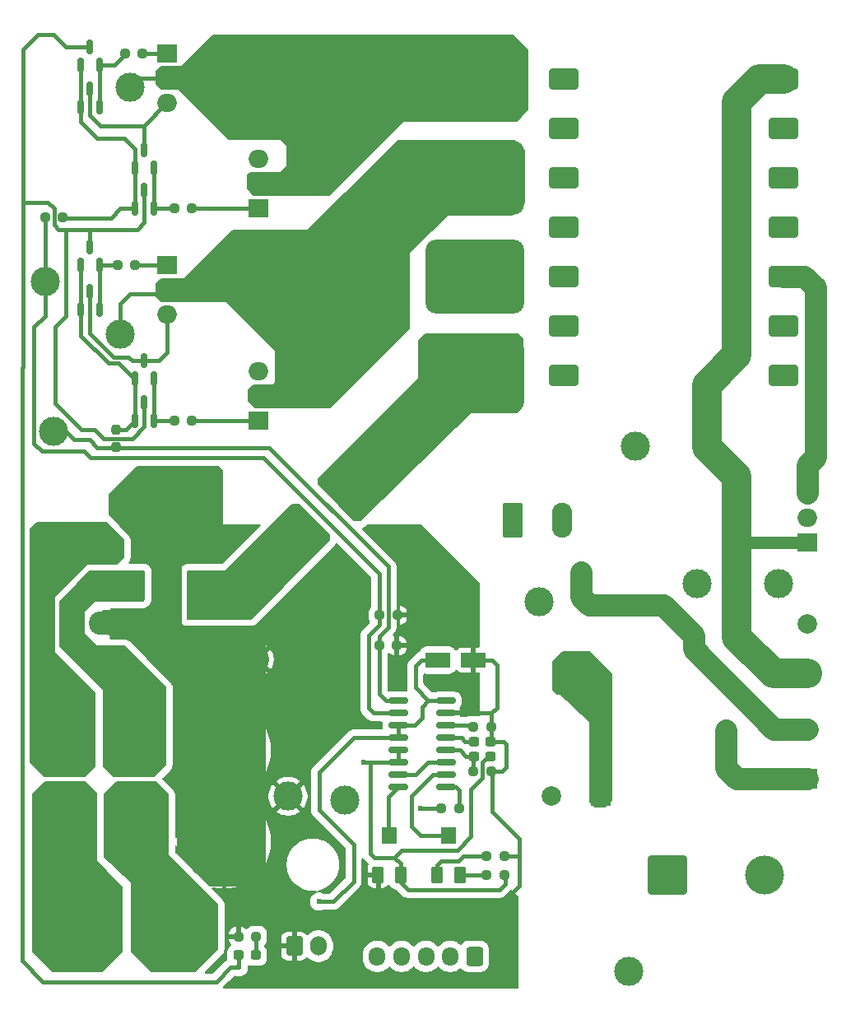
<source format=gbr>
%TF.GenerationSoftware,KiCad,Pcbnew,9.0.3*%
%TF.CreationDate,2025-08-30T18:12:17-03:00*%
%TF.ProjectId,PCB_Conversor,5043425f-436f-46e7-9665-72736f722e6b,rev?*%
%TF.SameCoordinates,Original*%
%TF.FileFunction,Copper,L1,Top*%
%TF.FilePolarity,Positive*%
%FSLAX46Y46*%
G04 Gerber Fmt 4.6, Leading zero omitted, Abs format (unit mm)*
G04 Created by KiCad (PCBNEW 9.0.3) date 2025-08-30 18:12:17*
%MOMM*%
%LPD*%
G01*
G04 APERTURE LIST*
G04 Aperture macros list*
%AMRoundRect*
0 Rectangle with rounded corners*
0 $1 Rounding radius*
0 $2 $3 $4 $5 $6 $7 $8 $9 X,Y pos of 4 corners*
0 Add a 4 corners polygon primitive as box body*
4,1,4,$2,$3,$4,$5,$6,$7,$8,$9,$2,$3,0*
0 Add four circle primitives for the rounded corners*
1,1,$1+$1,$2,$3*
1,1,$1+$1,$4,$5*
1,1,$1+$1,$6,$7*
1,1,$1+$1,$8,$9*
0 Add four rect primitives between the rounded corners*
20,1,$1+$1,$2,$3,$4,$5,0*
20,1,$1+$1,$4,$5,$6,$7,0*
20,1,$1+$1,$6,$7,$8,$9,0*
20,1,$1+$1,$8,$9,$2,$3,0*%
G04 Aperture macros list end*
%TA.AperFunction,Conductor*%
%ADD10C,0.200000*%
%TD*%
%TA.AperFunction,ComponentPad*%
%ADD11C,8.636000*%
%TD*%
%TA.AperFunction,SMDPad,CuDef*%
%ADD12RoundRect,0.237500X-0.250000X-0.237500X0.250000X-0.237500X0.250000X0.237500X-0.250000X0.237500X0*%
%TD*%
%TA.AperFunction,ComponentPad*%
%ADD13RoundRect,0.250000X0.600000X0.725000X-0.600000X0.725000X-0.600000X-0.725000X0.600000X-0.725000X0*%
%TD*%
%TA.AperFunction,ComponentPad*%
%ADD14O,1.700000X1.950000*%
%TD*%
%TA.AperFunction,SMDPad,CuDef*%
%ADD15RoundRect,0.250000X-1.050000X-0.550000X1.050000X-0.550000X1.050000X0.550000X-1.050000X0.550000X0*%
%TD*%
%TA.AperFunction,ComponentPad*%
%ADD16C,3.000000*%
%TD*%
%TA.AperFunction,SMDPad,CuDef*%
%ADD17RoundRect,0.237500X0.250000X0.237500X-0.250000X0.237500X-0.250000X-0.237500X0.250000X-0.237500X0*%
%TD*%
%TA.AperFunction,ComponentPad*%
%ADD18RoundRect,0.250001X-0.949999X0.949999X-0.949999X-0.949999X0.949999X-0.949999X0.949999X0.949999X0*%
%TD*%
%TA.AperFunction,ComponentPad*%
%ADD19C,2.400000*%
%TD*%
%TA.AperFunction,SMDPad,CuDef*%
%ADD20RoundRect,0.237500X0.237500X-0.250000X0.237500X0.250000X-0.237500X0.250000X-0.237500X-0.250000X0*%
%TD*%
%TA.AperFunction,ComponentPad*%
%ADD21RoundRect,0.250000X-1.750000X-1.750000X1.750000X-1.750000X1.750000X1.750000X-1.750000X1.750000X0*%
%TD*%
%TA.AperFunction,ComponentPad*%
%ADD22C,4.000000*%
%TD*%
%TA.AperFunction,SMDPad,CuDef*%
%ADD23RoundRect,0.150000X0.150000X-0.587500X0.150000X0.587500X-0.150000X0.587500X-0.150000X-0.587500X0*%
%TD*%
%TA.AperFunction,SMDPad,CuDef*%
%ADD24RoundRect,0.250000X0.350000X0.625000X-0.350000X0.625000X-0.350000X-0.625000X0.350000X-0.625000X0*%
%TD*%
%TA.AperFunction,SMDPad,CuDef*%
%ADD25RoundRect,0.250000X0.550000X0.625000X-0.550000X0.625000X-0.550000X-0.625000X0.550000X-0.625000X0*%
%TD*%
%TA.AperFunction,SMDPad,CuDef*%
%ADD26RoundRect,0.253000X0.347000X0.622000X-0.347000X0.622000X-0.347000X-0.622000X0.347000X-0.622000X0*%
%TD*%
%TA.AperFunction,ComponentPad*%
%ADD27C,3.810000*%
%TD*%
%TA.AperFunction,SMDPad,CuDef*%
%ADD28RoundRect,0.237500X0.287500X0.237500X-0.287500X0.237500X-0.287500X-0.237500X0.287500X-0.237500X0*%
%TD*%
%TA.AperFunction,ComponentPad*%
%ADD29RoundRect,0.249999X-0.790001X-1.550001X0.790001X-1.550001X0.790001X1.550001X-0.790001X1.550001X0*%
%TD*%
%TA.AperFunction,ComponentPad*%
%ADD30O,2.080000X3.600000*%
%TD*%
%TA.AperFunction,ComponentPad*%
%ADD31RoundRect,0.250000X-0.600000X-0.750000X0.600000X-0.750000X0.600000X0.750000X-0.600000X0.750000X0*%
%TD*%
%TA.AperFunction,ComponentPad*%
%ADD32O,1.700000X2.000000*%
%TD*%
%TA.AperFunction,SMDPad,CuDef*%
%ADD33RoundRect,0.237500X-0.300000X-0.237500X0.300000X-0.237500X0.300000X0.237500X-0.300000X0.237500X0*%
%TD*%
%TA.AperFunction,ComponentPad*%
%ADD34RoundRect,1.143000X-3.937000X2.667000X-3.937000X-2.667000X3.937000X-2.667000X3.937000X2.667000X0*%
%TD*%
%TA.AperFunction,ComponentPad*%
%ADD35RoundRect,0.330000X-1.170000X-0.770000X1.170000X-0.770000X1.170000X0.770000X-1.170000X0.770000X0*%
%TD*%
%TA.AperFunction,SMDPad,CuDef*%
%ADD36RoundRect,0.237500X0.300000X0.237500X-0.300000X0.237500X-0.300000X-0.237500X0.300000X-0.237500X0*%
%TD*%
%TA.AperFunction,SMDPad,CuDef*%
%ADD37RoundRect,0.150000X0.825000X0.150000X-0.825000X0.150000X-0.825000X-0.150000X0.825000X-0.150000X0*%
%TD*%
%TA.AperFunction,ComponentPad*%
%ADD38R,2.000000X2.000000*%
%TD*%
%TA.AperFunction,ComponentPad*%
%ADD39C,2.000000*%
%TD*%
%TA.AperFunction,ComponentPad*%
%ADD40R,2.000000X1.905000*%
%TD*%
%TA.AperFunction,ComponentPad*%
%ADD41O,2.000000X1.905000*%
%TD*%
%TA.AperFunction,ViaPad*%
%ADD42C,0.600000*%
%TD*%
%TA.AperFunction,Conductor*%
%ADD43C,3.048000*%
%TD*%
%TA.AperFunction,Conductor*%
%ADD44C,1.270000*%
%TD*%
%TA.AperFunction,Conductor*%
%ADD45C,0.406400*%
%TD*%
%TA.AperFunction,Conductor*%
%ADD46C,2.286000*%
%TD*%
G04 APERTURE END LIST*
D10*
%TO.N,/Conversor/Modulo conmutador pushpull1/Load*%
X113271000Y-61512246D02*
X113271000Y-66846246D01*
X112001000Y-68116246D01*
X105397000Y-68116246D01*
X101460000Y-72053246D01*
X101460000Y-79800246D01*
X93332000Y-87928246D01*
X85585000Y-87928246D01*
X84950000Y-87293246D01*
X84950000Y-86150246D01*
X85458000Y-85642246D01*
X87490000Y-85642246D01*
X87744000Y-85388246D01*
X87744000Y-82086246D01*
X82664000Y-77006246D01*
X75933000Y-77006246D01*
X75425000Y-76498246D01*
X75425000Y-75228246D01*
X75933000Y-74720246D01*
X78346000Y-74720246D01*
X83299000Y-69767246D01*
X91046000Y-69767246D01*
X100317000Y-60496246D01*
X112255000Y-60496246D01*
X113271000Y-61512246D01*
%TA.AperFunction,Conductor*%
G36*
X113271000Y-61512246D02*
G01*
X113271000Y-66846246D01*
X112001000Y-68116246D01*
X105397000Y-68116246D01*
X101460000Y-72053246D01*
X101460000Y-79800246D01*
X93332000Y-87928246D01*
X85585000Y-87928246D01*
X84950000Y-87293246D01*
X84950000Y-86150246D01*
X85458000Y-85642246D01*
X87490000Y-85642246D01*
X87744000Y-85388246D01*
X87744000Y-82086246D01*
X82664000Y-77006246D01*
X75933000Y-77006246D01*
X75425000Y-76498246D01*
X75425000Y-75228246D01*
X75933000Y-74720246D01*
X78346000Y-74720246D01*
X83299000Y-69767246D01*
X91046000Y-69767246D01*
X100317000Y-60496246D01*
X112255000Y-60496246D01*
X113271000Y-61512246D01*
G37*
%TD.AperFunction*%
%TO.N,Net-(Pwr+2-Pin_1)*%
X76631000Y-127773246D02*
X76631000Y-133996246D01*
X81711000Y-139076246D01*
X81711000Y-143648246D01*
X79425000Y-145934246D01*
X74980000Y-145934246D01*
X72948000Y-143902246D01*
X72948000Y-136830651D01*
X70154000Y-134163651D01*
X70154000Y-127773246D01*
X71424000Y-126503246D01*
X75361000Y-126503246D01*
X76631000Y-127773246D01*
%TA.AperFunction,Conductor*%
G36*
X76631000Y-127773246D02*
G01*
X76631000Y-133996246D01*
X81711000Y-139076246D01*
X81711000Y-143648246D01*
X79425000Y-145934246D01*
X74980000Y-145934246D01*
X72948000Y-143902246D01*
X72948000Y-136830651D01*
X70154000Y-134163651D01*
X70154000Y-127773246D01*
X71424000Y-126503246D01*
X75361000Y-126503246D01*
X76631000Y-127773246D01*
G37*
%TD.AperFunction*%
%TO.N,/Conversor/Medici\u00F3n corriente/Current_In*%
X122263198Y-115365598D02*
X122263198Y-128333995D01*
X121623695Y-128987598D01*
X120549198Y-128987598D01*
X120041198Y-128479598D01*
X120041198Y-120250211D01*
X117056198Y-117397598D01*
X116675198Y-117397598D01*
X116294198Y-117016598D01*
X116294198Y-114095598D01*
X117310198Y-113079598D01*
X119977198Y-113079598D01*
X122263198Y-115365598D01*
%TA.AperFunction,Conductor*%
G36*
X122263198Y-115365598D02*
G01*
X122263198Y-128333995D01*
X121623695Y-128987598D01*
X120549198Y-128987598D01*
X120041198Y-128479598D01*
X120041198Y-120250211D01*
X117056198Y-117397598D01*
X116675198Y-117397598D01*
X116294198Y-117016598D01*
X116294198Y-114095598D01*
X117310198Y-113079598D01*
X119977198Y-113079598D01*
X122263198Y-115365598D01*
G37*
%TD.AperFunction*%
%TO.N,/Conversor/Modulo conmutador pushpull/Load*%
X113652000Y-51225246D02*
X113652000Y-57321246D01*
X112509000Y-58464246D01*
X100825000Y-58464246D01*
X93205000Y-66084246D01*
X85458000Y-66084246D01*
X84823000Y-65449246D01*
X84823000Y-64052246D01*
X85077000Y-63798246D01*
X88252000Y-63798246D01*
X88887000Y-63163246D01*
X88887000Y-61004246D01*
X88252000Y-60369246D01*
X82918000Y-60369246D01*
X77711000Y-55162246D01*
X75933000Y-55162246D01*
X75425000Y-54654246D01*
X75425000Y-53384246D01*
X75933000Y-52876246D01*
X78092000Y-52876246D01*
X81267000Y-49701246D01*
X112128000Y-49701246D01*
X113652000Y-51225246D01*
%TA.AperFunction,Conductor*%
G36*
X113652000Y-51225246D02*
G01*
X113652000Y-57321246D01*
X112509000Y-58464246D01*
X100825000Y-58464246D01*
X93205000Y-66084246D01*
X85458000Y-66084246D01*
X84823000Y-65449246D01*
X84823000Y-64052246D01*
X85077000Y-63798246D01*
X88252000Y-63798246D01*
X88887000Y-63163246D01*
X88887000Y-61004246D01*
X88252000Y-60369246D01*
X82918000Y-60369246D01*
X77711000Y-55162246D01*
X75933000Y-55162246D01*
X75425000Y-54654246D01*
X75425000Y-53384246D01*
X75933000Y-52876246D01*
X78092000Y-52876246D01*
X81267000Y-49701246D01*
X112128000Y-49701246D01*
X113652000Y-51225246D01*
G37*
%TD.AperFunction*%
%TO.N,Net-(C4-Pad1)*%
X74218000Y-107707246D02*
X74091000Y-107834246D01*
X69138000Y-107834246D01*
X67995000Y-108977246D01*
X67995000Y-111263246D01*
X69265000Y-112533246D01*
X72186000Y-112533246D01*
X76377000Y-116724246D01*
X76377000Y-124725246D01*
X75234000Y-125868246D01*
X71043000Y-125868246D01*
X70027000Y-124852246D01*
X70027000Y-116978246D01*
X65518000Y-112469246D01*
X65518000Y-107898246D01*
X68630000Y-104786246D01*
X74218000Y-104786246D01*
X74218000Y-107707246D01*
%TA.AperFunction,Conductor*%
G36*
X74218000Y-107707246D02*
G01*
X74091000Y-107834246D01*
X69138000Y-107834246D01*
X67995000Y-108977246D01*
X67995000Y-111263246D01*
X69265000Y-112533246D01*
X72186000Y-112533246D01*
X76377000Y-116724246D01*
X76377000Y-124725246D01*
X75234000Y-125868246D01*
X71043000Y-125868246D01*
X70027000Y-124852246D01*
X70027000Y-116978246D01*
X65518000Y-112469246D01*
X65518000Y-107898246D01*
X68630000Y-104786246D01*
X74218000Y-104786246D01*
X74218000Y-107707246D01*
G37*
%TD.AperFunction*%
%TO.N,Net-(Pwr+1-Pin_1)*%
X69265000Y-127646246D02*
X69265000Y-134631246D01*
X71932000Y-137298246D01*
X71932000Y-143902246D01*
X69900000Y-145934246D01*
X64820000Y-145934246D01*
X62788000Y-143902246D01*
X62788000Y-127773246D01*
X64058000Y-126503246D01*
X68122000Y-126503246D01*
X69265000Y-127646246D01*
%TA.AperFunction,Conductor*%
G36*
X69265000Y-127646246D02*
G01*
X69265000Y-134631246D01*
X71932000Y-137298246D01*
X71932000Y-143902246D01*
X69900000Y-145934246D01*
X64820000Y-145934246D01*
X62788000Y-143902246D01*
X62788000Y-127773246D01*
X64058000Y-126503246D01*
X68122000Y-126503246D01*
X69265000Y-127646246D01*
G37*
%TD.AperFunction*%
%TO.N,Net-(C4-Pad1)*%
X93268000Y-101103246D02*
X93268000Y-101611246D01*
X85193000Y-109686246D01*
X78663000Y-109686246D01*
X78663000Y-104786246D01*
X82600000Y-104786246D01*
X89458000Y-97928246D01*
X90093000Y-97928246D01*
X93268000Y-101103246D01*
%TA.AperFunction,Conductor*%
G36*
X93268000Y-101103246D02*
G01*
X93268000Y-101611246D01*
X85193000Y-109686246D01*
X78663000Y-109686246D01*
X78663000Y-104786246D01*
X82600000Y-104786246D01*
X89458000Y-97928246D01*
X90093000Y-97928246D01*
X93268000Y-101103246D01*
G37*
%TD.AperFunction*%
%TO.N,GND_Cnv*%
X82207948Y-94469840D02*
X82203523Y-100501246D01*
X78028000Y-103643246D01*
X78028000Y-110501246D01*
X84759000Y-110501246D01*
X86664000Y-112406246D01*
X86664000Y-135520246D01*
X85013000Y-137171246D01*
X80949000Y-137171246D01*
X77647000Y-133869246D01*
X77647000Y-132980246D01*
X77647000Y-116168230D01*
X72817112Y-111263246D01*
X70027000Y-111263246D01*
X69138000Y-110625600D01*
X69138000Y-109718079D01*
X70027000Y-108850246D01*
X75234000Y-108850246D01*
X75234000Y-103643246D01*
X70599000Y-98974469D01*
X70599000Y-96945246D01*
X73520000Y-94024246D01*
X81849593Y-94024246D01*
X82207948Y-94469840D01*
%TA.AperFunction,Conductor*%
G36*
X82207948Y-94469840D02*
G01*
X82203523Y-100501246D01*
X78028000Y-103643246D01*
X78028000Y-110501246D01*
X84759000Y-110501246D01*
X86664000Y-112406246D01*
X86664000Y-135520246D01*
X85013000Y-137171246D01*
X80949000Y-137171246D01*
X77647000Y-133869246D01*
X77647000Y-132980246D01*
X77647000Y-116168230D01*
X72817112Y-111263246D01*
X70027000Y-111263246D01*
X69138000Y-110625600D01*
X69138000Y-109718079D01*
X70027000Y-108850246D01*
X75234000Y-108850246D01*
X75234000Y-103643246D01*
X70599000Y-98974469D01*
X70599000Y-96945246D01*
X73520000Y-94024246D01*
X81849593Y-94024246D01*
X82207948Y-94469840D01*
G37*
%TD.AperFunction*%
%TO.N,Net-(C3-Pad1)*%
X72059000Y-101611246D02*
X72059000Y-103389246D01*
X71424000Y-104024246D01*
X68376000Y-104024246D01*
X64947000Y-107453246D01*
X64947000Y-113168246D01*
X69138000Y-117359246D01*
X69138000Y-124852246D01*
X68122000Y-125868246D01*
X63931000Y-125868246D01*
X62534000Y-124471246D01*
X62534000Y-100468246D01*
X63169000Y-99833246D01*
X70281000Y-99833246D01*
X72059000Y-101611246D01*
%TA.AperFunction,Conductor*%
G36*
X72059000Y-101611246D02*
G01*
X72059000Y-103389246D01*
X71424000Y-104024246D01*
X68376000Y-104024246D01*
X64947000Y-107453246D01*
X64947000Y-113168246D01*
X69138000Y-117359246D01*
X69138000Y-124852246D01*
X68122000Y-125868246D01*
X63931000Y-125868246D01*
X62534000Y-124471246D01*
X62534000Y-100468246D01*
X63169000Y-99833246D01*
X70281000Y-99833246D01*
X72059000Y-101611246D01*
G37*
%TD.AperFunction*%
%TO.N,Net-(C4-Pad1)*%
X113144000Y-80943246D02*
X113144000Y-82963093D01*
X113144000Y-87801246D01*
X112509000Y-88436246D01*
X107810000Y-88436246D01*
X96489216Y-99579246D01*
X95818519Y-99579246D01*
X92125000Y-95821117D01*
X92125000Y-95278995D01*
X102476000Y-85007246D01*
X102476000Y-81070246D01*
X103111000Y-80435246D01*
X112636000Y-80435246D01*
X113144000Y-80943246D01*
%TA.AperFunction,Conductor*%
G36*
X113144000Y-80943246D02*
G01*
X113144000Y-82963093D01*
X113144000Y-87801246D01*
X112509000Y-88436246D01*
X107810000Y-88436246D01*
X96489216Y-99579246D01*
X95818519Y-99579246D01*
X92125000Y-95821117D01*
X92125000Y-95278995D01*
X102476000Y-85007246D01*
X102476000Y-81070246D01*
X103111000Y-80435246D01*
X112636000Y-80435246D01*
X113144000Y-80943246D01*
G37*
%TD.AperFunction*%
%TD*%
D11*
%TO.P,Pwr+2,1,Pin_1*%
%TO.N,Net-(Pwr+2-Pin_1)*%
X77330000Y-141616246D03*
%TD*%
D12*
%TO.P,R31,1*%
%TO.N,Net-(U12-RT)*%
X108082000Y-120788246D03*
%TO.P,R31,2*%
%TO.N,GND_Cnv*%
X109907000Y-120788246D03*
%TD*%
D13*
%TO.P,HMI_Signal_B1,1,Pin_1*%
%TO.N,5V_HMI*%
X108191000Y-144410246D03*
D14*
%TO.P,HMI_Signal_B1,2,Pin_2*%
%TO.N,GND_HMI*%
X105691000Y-144410246D03*
%TO.P,HMI_Signal_B1,3,Pin_3*%
%TO.N,VSens_Corriente*%
X103191000Y-144410246D03*
%TO.P,HMI_Signal_B1,4,Pin_4*%
%TO.N,Vsens_HV_HMI*%
X100691000Y-144410246D03*
%TO.P,HMI_Signal_B1,5,Pin_5*%
%TO.N,3V3_HMI*%
X98191000Y-144410246D03*
%TD*%
D12*
%TO.P,R25,1*%
%TO.N,Net-(Q19-E)*%
X77306500Y-89325246D03*
%TO.P,R25,2*%
%TO.N,Net-(Q21-G)*%
X79131500Y-89325246D03*
%TD*%
D15*
%TO.P,C16,1*%
%TO.N,12V_Cnv*%
X104424000Y-113930246D03*
%TO.P,C16,2*%
%TO.N,GND_Cnv*%
X108024000Y-113930246D03*
%TD*%
D12*
%TO.P,R22,1*%
%TO.N,Gate_Input_B*%
X64009900Y-68427600D03*
%TO.P,R22,2*%
%TO.N,/Conversor/Modulo conmutador pushpull/Conmutador de potencia/GateInput*%
X65834900Y-68427600D03*
%TD*%
D16*
%TO.P,TP2,1,1*%
%TO.N,/Conversor/Modulo conmutador pushpull1/Load*%
X71742000Y-80435246D03*
%TD*%
D12*
%TO.P,R23,1*%
%TO.N,Net-(Q16-E)*%
X72226500Y-51530046D03*
%TO.P,R23,2*%
%TO.N,Net-(Q18-G)*%
X74051500Y-51530046D03*
%TD*%
D17*
%TO.P,R2,1*%
%TO.N,Net-(D6-K)*%
X85712000Y-142378246D03*
%TO.P,R2,2*%
%TO.N,GND_Cnv*%
X83887000Y-142378246D03*
%TD*%
D18*
%TO.P,C3,1*%
%TO.N,Net-(C3-Pad1)*%
X69723000Y-102659246D03*
D19*
%TO.P,C3,2*%
%TO.N,GND_Cnv*%
X69723000Y-110159246D03*
%TD*%
D17*
%TO.P,R32,1*%
%TO.N,GND_Cnv*%
X100213500Y-112439246D03*
%TO.P,R32,2*%
%TO.N,Gate_Input_A*%
X98388500Y-112439246D03*
%TD*%
D20*
%TO.P,R24,1*%
%TO.N,Gate_Input_A*%
X71272400Y-92047700D03*
%TO.P,R24,2*%
%TO.N,/Conversor/Modulo conmutador pushpull1/Conmutador de potencia/GateInput*%
X71272400Y-90222700D03*
%TD*%
D18*
%TO.P,C4,1*%
%TO.N,Net-(C4-Pad1)*%
X85839000Y-106353492D03*
D19*
%TO.P,C4,2*%
%TO.N,GND_Cnv*%
X85839000Y-113853492D03*
%TD*%
D16*
%TO.P,TP5,1,1*%
%TO.N,/Conversor/Gnd_Inv*%
X124079000Y-145973800D03*
%TD*%
D21*
%TO.P,C5,1*%
%TO.N,Net-(D5-A)*%
X128003000Y-136028246D03*
D22*
%TO.P,C5,2*%
%TO.N,/Conversor/Gnd_Inv*%
X138003000Y-136028246D03*
%TD*%
D12*
%TO.P,R29,1*%
%TO.N,Net-(R29-Pad1)*%
X109437500Y-134123246D03*
%TO.P,R29,2*%
%TO.N,GND_Cnv*%
X111262500Y-134123246D03*
%TD*%
D23*
%TO.P,Q14,1,B*%
%TO.N,/Conversor/Modulo conmutador pushpull/Conmutador de potencia/GateInput*%
X73271000Y-63290246D03*
%TO.P,Q14,2,E*%
%TO.N,Net-(Q13-E)*%
X75171000Y-63290246D03*
%TO.P,Q14,3,C*%
%TO.N,GND_Cnv*%
X74221000Y-61415246D03*
%TD*%
D24*
%TO.P,RV2,1,1*%
%TO.N,Vref_5V*%
X100578000Y-136021246D03*
D25*
%TO.P,RV2,2,2*%
%TO.N,Vref_In2*%
X99428000Y-131971246D03*
D26*
%TO.P,RV2,3,3*%
%TO.N,GND_Cnv*%
X98278000Y-136021246D03*
%TD*%
D27*
%TO.P,F1,1*%
%TO.N,Net-(Pwr+1-Pin_1)*%
X65836000Y-133361246D03*
X65836000Y-128281246D03*
%TO.P,F1,2*%
%TO.N,Net-(C3-Pad1)*%
X65836000Y-124090246D03*
X65836000Y-119010246D03*
%TD*%
D12*
%TO.P,R21,1*%
%TO.N,Net-(Q13-E)*%
X77306500Y-67481246D03*
%TO.P,R21,2*%
%TO.N,Net-(Q15-G)*%
X79131500Y-67481246D03*
%TD*%
%TO.P,R40,1*%
%TO.N,Net-(R39-Pad1)*%
X104762000Y-129170246D03*
%TO.P,R40,2*%
%TO.N,Vsens_HVDCBus*%
X106587000Y-129170246D03*
%TD*%
D16*
%TO.P,TP6,1,1*%
%TO.N,Gate_Input_A*%
X64871600Y-90398600D03*
%TD*%
D28*
%TO.P,D6,1,K*%
%TO.N,Net-(D6-K)*%
X85684000Y-144283246D03*
%TO.P,D6,2,A*%
%TO.N,12V_Cnv*%
X83934000Y-144283246D03*
%TD*%
D23*
%TO.P,Q23,1,B*%
%TO.N,/Conversor/Modulo conmutador pushpull1/Conmutador de potencia/GateInput*%
X67678000Y-77895246D03*
%TO.P,Q23,2,E*%
%TO.N,Net-(Q22-E)*%
X69578000Y-77895246D03*
%TO.P,Q23,3,C*%
%TO.N,GND_Cnv*%
X68628000Y-76020246D03*
%TD*%
D11*
%TO.P,Pwr+1,1,Pin_1*%
%TO.N,Net-(Pwr+1-Pin_1)*%
X67551000Y-141616246D03*
%TD*%
D24*
%TO.P,RV1,1,1*%
%TO.N,Net-(R28-Pad2)*%
X106674000Y-136021246D03*
D25*
%TO.P,RV1,2,2*%
%TO.N,Vref_In1*%
X105524000Y-131971246D03*
D26*
%TO.P,RV1,3,3*%
%TO.N,Net-(R29-Pad1)*%
X104374000Y-136021246D03*
%TD*%
D16*
%TO.P,TP8,1,1*%
%TO.N,V_HVBus*%
X114795000Y-107961246D03*
%TD*%
%TO.P,TP7,1,1*%
%TO.N,Gate_Input_B*%
X63995000Y-74974246D03*
%TD*%
%TO.P,TP9,1,1*%
%TO.N,VSens_Corriente*%
X94856000Y-128314246D03*
%TD*%
D29*
%TO.P,HVDCBus_A1,1,Pin_1*%
%TO.N,V_HVBus*%
X112128000Y-99579246D03*
D30*
%TO.P,HVDCBus_A1,2,Pin_2*%
%TO.N,/Conversor/Gnd_Inv*%
X117208000Y-99579246D03*
%TD*%
D16*
%TO.P,TP4,1,1*%
%TO.N,Net-(D5-A)*%
X124739400Y-91897200D03*
%TD*%
D17*
%TO.P,R28,1*%
%TO.N,Vref_5V*%
X111262500Y-136028246D03*
%TO.P,R28,2*%
%TO.N,Net-(R28-Pad2)*%
X109437500Y-136028246D03*
%TD*%
D31*
%TO.P,12V_PwrCnv1,1,Pin_1*%
%TO.N,GND_Cnv*%
X89649000Y-143357600D03*
D32*
%TO.P,12V_PwrCnv1,2,Pin_2*%
%TO.N,12V_Cnv*%
X92149000Y-143357600D03*
%TD*%
D17*
%TO.P,R33,1*%
%TO.N,GND_Cnv*%
X100248616Y-109319252D03*
%TO.P,R33,2*%
%TO.N,Gate_Input_B*%
X98423616Y-109319252D03*
%TD*%
D11*
%TO.P,Pwr-1,1,Pin_1*%
%TO.N,GND_Cnv*%
X82410000Y-123201246D03*
%TD*%
D33*
%TO.P,C14,1*%
%TO.N,DeadTimeControl*%
X108131200Y-123836246D03*
%TO.P,C14,2*%
%TO.N,Vref_5V*%
X109856200Y-123836246D03*
%TD*%
D16*
%TO.P,TP3,1,1*%
%TO.N,/Conversor/Modulo conmutador pushpull/Load*%
X72758000Y-55035246D03*
%TD*%
D23*
%TO.P,Q22,1,B*%
%TO.N,/Conversor/Modulo conmutador pushpull1/Conmutador de potencia/GateInput*%
X67678000Y-73323246D03*
%TO.P,Q22,2,E*%
%TO.N,Net-(Q22-E)*%
X69578000Y-73323246D03*
%TO.P,Q22,3,C*%
%TO.N,12V_Cnv*%
X68628000Y-71448246D03*
%TD*%
%TO.P,Q16,1,B*%
%TO.N,/Conversor/Modulo conmutador pushpull/Conmutador de potencia/GateInput*%
X67683000Y-52719246D03*
%TO.P,Q16,2,E*%
%TO.N,Net-(Q16-E)*%
X69583000Y-52719246D03*
%TO.P,Q16,3,C*%
%TO.N,12V_Cnv*%
X68633000Y-50844246D03*
%TD*%
D12*
%TO.P,R26,1*%
%TO.N,Net-(Q22-E)*%
X71464500Y-73323246D03*
%TO.P,R26,2*%
%TO.N,Net-(Q24-G)*%
X73289500Y-73323246D03*
%TD*%
D34*
%TO.P,TR1,1*%
%TO.N,/Conversor/Modulo conmutador pushpull/Load*%
X108191000Y-54146246D03*
%TO.P,TR1,2*%
%TO.N,/Conversor/Modulo conmutador pushpull1/Load*%
X108191000Y-64306246D03*
%TO.P,TR1,3*%
%TO.N,Net-(C3-Pad1)*%
X108191000Y-74466246D03*
%TO.P,TR1,4*%
%TO.N,Net-(C4-Pad1)*%
X108191000Y-84626246D03*
D35*
%TO.P,TR1,5*%
%TO.N,Net-(D2-K)*%
X139941000Y-54146246D03*
%TO.P,TR1,6*%
%TO.N,Net-(D3-A2)*%
X139941000Y-74466246D03*
%TO.P,TR1,7*%
%TO.N,N/C*%
X117335000Y-54146246D03*
X139941000Y-59226246D03*
X117335000Y-59226246D03*
X139941000Y-64306246D03*
X117335000Y-64306246D03*
X139941000Y-69386246D03*
X117335000Y-69386246D03*
X117335000Y-74466246D03*
X139941000Y-79546246D03*
X117335000Y-79546246D03*
X139941000Y-84626246D03*
X117335000Y-84626246D03*
%TD*%
D11*
%TO.P,Pwr-2,1,Pin_1*%
%TO.N,GND_Cnv*%
X82410000Y-132599246D03*
%TD*%
D12*
%TO.P,R30,1*%
%TO.N,DeadTimeControl*%
X108082000Y-125360246D03*
%TO.P,R30,2*%
%TO.N,GND_Cnv*%
X109907000Y-125360246D03*
%TD*%
D27*
%TO.P,F2,1*%
%TO.N,Net-(Pwr+2-Pin_1)*%
X73329000Y-133361246D03*
X73329000Y-128281246D03*
%TO.P,F2,2*%
%TO.N,Net-(C4-Pad1)*%
X73329000Y-124090246D03*
X73329000Y-119010246D03*
%TD*%
D16*
%TO.P,L1,1,1*%
%TO.N,Net-(D3-K)*%
X139446000Y-106045000D03*
%TO.P,L1,2,2*%
%TO.N,Net-(D5-A)*%
X131066000Y-106045000D03*
%TD*%
D23*
%TO.P,Q17,1,B*%
%TO.N,/Conversor/Modulo conmutador pushpull/Conmutador de potencia/GateInput*%
X67683000Y-57067246D03*
%TO.P,Q17,2,E*%
%TO.N,Net-(Q16-E)*%
X69583000Y-57067246D03*
%TO.P,Q17,3,C*%
%TO.N,GND_Cnv*%
X68633000Y-55192246D03*
%TD*%
%TO.P,Q20,1,B*%
%TO.N,/Conversor/Modulo conmutador pushpull1/Conmutador de potencia/GateInput*%
X73266000Y-85007246D03*
%TO.P,Q20,2,E*%
%TO.N,Net-(Q19-E)*%
X75166000Y-85007246D03*
%TO.P,Q20,3,C*%
%TO.N,GND_Cnv*%
X74216000Y-83132246D03*
%TD*%
D36*
%TO.P,C15,1*%
%TO.N,GND_Cnv*%
X109856200Y-122312246D03*
%TO.P,C15,2*%
%TO.N,Net-(U12-CT)*%
X108131200Y-122312246D03*
%TD*%
D37*
%TO.P,U12,1,1IN+*%
%TO.N,Vsens_HVDCBus*%
X105270000Y-127011246D03*
%TO.P,U12,2,1IN-*%
%TO.N,Vref_In1*%
X105270000Y-125741246D03*
%TO.P,U12,3,FB*%
%TO.N,Net-(U12-2IN-)*%
X105270000Y-124471246D03*
%TO.P,U12,4,DTC*%
%TO.N,DeadTimeControl*%
X105270000Y-123201246D03*
%TO.P,U12,5,CT*%
%TO.N,Net-(U12-CT)*%
X105270000Y-121931246D03*
%TO.P,U12,6,RT*%
%TO.N,Net-(U12-RT)*%
X105270000Y-120661246D03*
%TO.P,U12,7,GND*%
%TO.N,GND_Cnv*%
X105270000Y-119391246D03*
%TO.P,U12,8,C1*%
%TO.N,12V_Cnv*%
X105270000Y-118121246D03*
%TO.P,U12,9,E1*%
%TO.N,Gate_Input_A*%
X100320000Y-118121246D03*
%TO.P,U12,10,E2*%
%TO.N,Gate_Input_B*%
X100320000Y-119391246D03*
%TO.P,U12,11,C2*%
%TO.N,12V_Cnv*%
X100320000Y-120661246D03*
%TO.P,U12,12,VCC*%
X100320000Y-121931246D03*
%TO.P,U12,13,OUTCTRL*%
%TO.N,Vref_5V*%
X100320000Y-123201246D03*
%TO.P,U12,14,REF*%
X100320000Y-124471246D03*
%TO.P,U12,15,2IN-*%
%TO.N,Net-(U12-2IN-)*%
X100320000Y-125741246D03*
%TO.P,U12,16,2IN+*%
%TO.N,Vref_In2*%
X100320000Y-127011246D03*
%TD*%
D16*
%TO.P,TP1,1,1*%
%TO.N,GND_Cnv*%
X89014000Y-127933246D03*
%TD*%
D23*
%TO.P,Q19,1,B*%
%TO.N,/Conversor/Modulo conmutador pushpull1/Conmutador de potencia/GateInput*%
X73266000Y-89325246D03*
%TO.P,Q19,2,E*%
%TO.N,Net-(Q19-E)*%
X75166000Y-89325246D03*
%TO.P,Q19,3,C*%
%TO.N,12V_Cnv*%
X74216000Y-87450246D03*
%TD*%
%TO.P,Q13,1,B*%
%TO.N,/Conversor/Modulo conmutador pushpull/Conmutador de potencia/GateInput*%
X73271000Y-67481246D03*
%TO.P,Q13,2,E*%
%TO.N,Net-(Q13-E)*%
X75171000Y-67481246D03*
%TO.P,Q13,3,C*%
%TO.N,12V_Cnv*%
X74221000Y-65606246D03*
%TD*%
D38*
%TO.P,D4,1,K*%
%TO.N,Net-(D3-A2)*%
X142417000Y-126122246D03*
D39*
%TO.P,D4,2,A*%
%TO.N,/Conversor/Gnd_Inv*%
X142417000Y-121042246D03*
%TD*%
D38*
%TO.P,D5,1,K*%
%TO.N,/Conversor/Medici\u00F3n corriente/Current_In*%
X121147000Y-127900246D03*
D39*
%TO.P,D5,2,A*%
%TO.N,Net-(D5-A)*%
X116067000Y-127900246D03*
%TD*%
D40*
%TO.P,D3,1,A1*%
%TO.N,Net-(D2-K)*%
X142417000Y-101865246D03*
D41*
%TO.P,D3,2,K*%
%TO.N,Net-(D3-K)*%
X142417000Y-99325246D03*
%TO.P,D3,3,A2*%
%TO.N,Net-(D3-A2)*%
X142417000Y-96785246D03*
%TD*%
D38*
%TO.P,D2,1,K*%
%TO.N,Net-(D2-K)*%
X142417000Y-115327246D03*
D39*
%TO.P,D2,2,A*%
%TO.N,/Conversor/Gnd_Inv*%
X142417000Y-110247246D03*
%TD*%
D40*
%TO.P,Q18,1,G*%
%TO.N,Net-(Q18-G)*%
X76545000Y-51542746D03*
D41*
%TO.P,Q18,2,D*%
%TO.N,/Conversor/Modulo conmutador pushpull/Load*%
X76545000Y-54082746D03*
%TO.P,Q18,3,S*%
%TO.N,GND_Cnv*%
X76545000Y-56622746D03*
%TD*%
D40*
%TO.P,Q21,1,G*%
%TO.N,Net-(Q21-G)*%
X85989000Y-89325246D03*
D41*
%TO.P,Q21,2,D*%
%TO.N,/Conversor/Modulo conmutador pushpull1/Load*%
X85989000Y-86785246D03*
%TO.P,Q21,3,S*%
%TO.N,GND_Cnv*%
X85989000Y-84245246D03*
%TD*%
D40*
%TO.P,Q15,1,G*%
%TO.N,Net-(Q15-G)*%
X85966000Y-67481246D03*
D41*
%TO.P,Q15,2,D*%
%TO.N,/Conversor/Modulo conmutador pushpull/Load*%
X85966000Y-64941246D03*
%TO.P,Q15,3,S*%
%TO.N,GND_Cnv*%
X85966000Y-62401246D03*
%TD*%
D40*
%TO.P,Q24,1,G*%
%TO.N,Net-(Q24-G)*%
X76568000Y-73323246D03*
D41*
%TO.P,Q24,2,D*%
%TO.N,/Conversor/Modulo conmutador pushpull1/Load*%
X76568000Y-75863246D03*
%TO.P,Q24,3,S*%
%TO.N,GND_Cnv*%
X76568000Y-78403246D03*
%TD*%
D42*
%TO.N,GND_Cnv*%
X79108000Y-98469246D03*
X75298000Y-97199246D03*
X72758000Y-95929246D03*
X72758000Y-98469246D03*
X79108000Y-97199246D03*
X79108000Y-95929246D03*
X77838000Y-94659246D03*
X79044000Y-113676246D03*
X78155000Y-112787246D03*
X80378000Y-95929246D03*
X77266000Y-112787246D03*
X74028000Y-94659246D03*
X77838000Y-95929246D03*
X79044000Y-111009246D03*
X77266000Y-111009246D03*
X74028000Y-95929246D03*
X78155000Y-111898246D03*
X74028000Y-98469246D03*
X75298000Y-95929246D03*
X80378000Y-94659246D03*
X76568000Y-98469246D03*
X76568000Y-94659246D03*
X74028000Y-97199246D03*
X81648000Y-94659246D03*
X79933000Y-114565246D03*
X79933000Y-113676246D03*
X79044000Y-112787246D03*
X77838000Y-98469246D03*
X79044000Y-111898246D03*
X81648000Y-95929246D03*
X79933000Y-111898246D03*
X79108000Y-94659246D03*
X75298000Y-98469246D03*
X79933000Y-112787246D03*
X78155000Y-114565246D03*
X71361000Y-97199246D03*
X77266000Y-113676246D03*
X71361000Y-98469246D03*
X76568000Y-95929246D03*
X78155000Y-113676246D03*
X79044000Y-114565246D03*
X78155000Y-111009246D03*
X77838000Y-97199246D03*
X76568000Y-97199246D03*
X79933000Y-111009246D03*
X77266000Y-114565246D03*
X80378000Y-97199246D03*
X75298000Y-94659246D03*
X77266000Y-111898246D03*
X72758000Y-97199246D03*
%TO.N,12V_Cnv*%
X83934000Y-145553246D03*
X92202000Y-138785600D03*
%TO.N,Net-(C4-Pad1)*%
X73583000Y-107072246D03*
X93459000Y-95548246D03*
X88887000Y-100120246D03*
X91554000Y-100120246D03*
X88887000Y-101009246D03*
X96126000Y-98215246D03*
X88887000Y-99231246D03*
X97015000Y-95548246D03*
X81394000Y-109010246D03*
X97015000Y-96437246D03*
X91554000Y-101009246D03*
X95237000Y-95548246D03*
X96126000Y-97326246D03*
X72714044Y-107090868D03*
X93459000Y-96437246D03*
X79597378Y-107252290D03*
X72694000Y-105294246D03*
X94329378Y-95548246D03*
X71805000Y-106183246D03*
X89776000Y-101898246D03*
X87109000Y-104565246D03*
X70916000Y-107072246D03*
X89776000Y-99231246D03*
X80505000Y-108121246D03*
X71805000Y-105294246D03*
X89776000Y-100120246D03*
X89776000Y-98342246D03*
X94348000Y-94659246D03*
X93459000Y-94659246D03*
X82283000Y-105454246D03*
X95237000Y-94659246D03*
X86220000Y-101898246D03*
X87109000Y-102787246D03*
X86220000Y-102787246D03*
X70916000Y-105294246D03*
X97015000Y-98215246D03*
X95237000Y-97326246D03*
X87998000Y-103676246D03*
X94348000Y-97326246D03*
X79616000Y-108121246D03*
X91554000Y-101898246D03*
X90665000Y-100120246D03*
X96126000Y-95548246D03*
X95237000Y-98215246D03*
X79616000Y-105454246D03*
X73583000Y-106183246D03*
X94348000Y-96437246D03*
X87998000Y-104565246D03*
X87998000Y-100120246D03*
X70916000Y-106183246D03*
X79616000Y-109010246D03*
X82283000Y-107232246D03*
X96126000Y-96437246D03*
X71805000Y-107072246D03*
X92443000Y-101009246D03*
X89776000Y-101009246D03*
X96126000Y-99104246D03*
X81394000Y-106343246D03*
X72694000Y-106183246D03*
X92443000Y-101898246D03*
X87998000Y-105454246D03*
X73583000Y-105294246D03*
X86220000Y-103676246D03*
X92570000Y-95548246D03*
X82283000Y-106343246D03*
X80505000Y-107232246D03*
X82283000Y-109010246D03*
X97904000Y-96437246D03*
X81394000Y-105454246D03*
X87109000Y-103676246D03*
X95237000Y-93770246D03*
X94348000Y-93770246D03*
X90665000Y-99231246D03*
X79616000Y-106343246D03*
X81394000Y-108121246D03*
X85331000Y-102787246D03*
X82283000Y-108121246D03*
X80505000Y-109010246D03*
X90665000Y-101009246D03*
X97904000Y-97326246D03*
X81394000Y-107232246D03*
X97015000Y-97326246D03*
X80505000Y-106343246D03*
X96126000Y-94659246D03*
X95237000Y-96437246D03*
X90665000Y-101898246D03*
X80505000Y-105454246D03*
%TO.N,Vref_5V*%
X96761000Y-124471246D03*
%TO.N,/Conversor/Medici\u00F3n corriente/Current_In*%
X119684000Y-116089246D03*
X118922000Y-114565246D03*
X119684000Y-115327246D03*
X118160000Y-116089246D03*
X119684000Y-114565246D03*
X118160000Y-114565246D03*
X118922000Y-116089246D03*
X118160000Y-115327246D03*
X118922000Y-115327246D03*
X119684000Y-116851246D03*
X118922000Y-116851246D03*
X118160000Y-116851246D03*
%TO.N,Net-(R39-Pad1)*%
X102603000Y-129170246D03*
%TO.N,Net-(D3-A2)*%
X134061200Y-122250200D03*
X133299200Y-122250200D03*
X134823200Y-121488200D03*
X134061200Y-123012200D03*
X134823200Y-122250200D03*
X133299200Y-121488200D03*
X134061200Y-121488200D03*
X134823200Y-123012200D03*
X133299200Y-123012200D03*
%TO.N,/Conversor/Gnd_Inv*%
X119938000Y-104913246D03*
X119176000Y-105675246D03*
X119938000Y-106437246D03*
X119176000Y-106437246D03*
X119176000Y-104913246D03*
X119938000Y-105675246D03*
X118414000Y-106437246D03*
X118414000Y-105675246D03*
X118414000Y-104913246D03*
%TD*%
D43*
%TO.N,Net-(D2-K)*%
X135178000Y-56496246D02*
X137528000Y-54146246D01*
X142417000Y-115327246D02*
X138925000Y-115327246D01*
X135153400Y-95072200D02*
X132067000Y-91985800D01*
X135178000Y-82531246D02*
X135178000Y-56496246D01*
X137528000Y-54146246D02*
X139941000Y-54146246D01*
X138925000Y-115327246D02*
X135178000Y-111580246D01*
D44*
X142417000Y-101865246D02*
X135338000Y-101865246D01*
D43*
X132067000Y-91985800D02*
X132067000Y-85642246D01*
X135178000Y-111580246D02*
X135178000Y-99294246D01*
X132067000Y-85642246D02*
X135178000Y-82531246D01*
X135178000Y-99294246D02*
X135153400Y-99269646D01*
X135153400Y-99269646D02*
X135153400Y-95072200D01*
D45*
%TO.N,GND_Cnv*%
X109901000Y-122267446D02*
X109856200Y-122312246D01*
X110031000Y-125360246D02*
X111048000Y-125360246D01*
X82410000Y-132599246D02*
X82410000Y-137853246D01*
X76568000Y-78403246D02*
X76568000Y-82276746D01*
D46*
X76123500Y-111580746D02*
X76758500Y-110945746D01*
D45*
X74192554Y-83108800D02*
X74216000Y-83132246D01*
X112763000Y-137171246D02*
X111239000Y-138695246D01*
X76568000Y-82276746D02*
X75742500Y-83102246D01*
X74155000Y-61415246D02*
X74155000Y-58972246D01*
X68628000Y-76020246D02*
X68628000Y-80286600D01*
X108024000Y-111764246D02*
X107429000Y-111169246D01*
X102222000Y-112439246D02*
X100213500Y-112439246D01*
X93016000Y-140854246D02*
X83887000Y-140854246D01*
X109145000Y-119391246D02*
X109907000Y-119391246D01*
X112763000Y-132345246D02*
X109969000Y-129551246D01*
X109907000Y-120581246D02*
X109901000Y-120587246D01*
X109901000Y-120587246D02*
X109901000Y-122267446D01*
X111429000Y-122566246D02*
X111175000Y-122312246D01*
X109969000Y-129551246D02*
X109969000Y-125298246D01*
X95175000Y-138695246D02*
X93016000Y-140854246D01*
X98278000Y-136021246D02*
X98285000Y-136028246D01*
X76545000Y-56622746D02*
X76504500Y-56622746D01*
X72974200Y-83108800D02*
X74192554Y-83108800D01*
X72618600Y-82753200D02*
X72974200Y-83108800D01*
X82410000Y-137853246D02*
X83887000Y-139330246D01*
X76504500Y-56622746D02*
X74155000Y-58972246D01*
X110477000Y-114438246D02*
X110477000Y-118821246D01*
X69710000Y-58972246D02*
X68633000Y-57895246D01*
X111239000Y-138695246D02*
X95175000Y-138695246D01*
X111048000Y-125360246D02*
X111429000Y-124979246D01*
X108024000Y-113930246D02*
X108024000Y-111764246D01*
X109969000Y-113930246D02*
X110477000Y-114438246D01*
X108024000Y-113930246D02*
X109969000Y-113930246D01*
X112763000Y-133996246D02*
X112763000Y-132345246D01*
X83887000Y-140854246D02*
X83887000Y-139330246D01*
X83887000Y-142378246D02*
X83887000Y-140854246D01*
X74246000Y-83102246D02*
X74216000Y-83132246D01*
D46*
X76123500Y-112088746D02*
X76123500Y-111580746D01*
D45*
X75742500Y-83102246D02*
X74246000Y-83102246D01*
X111262500Y-134123246D02*
X112636000Y-134123246D01*
X71094600Y-82753200D02*
X72618600Y-82753200D01*
X112763000Y-133996246D02*
X112763000Y-137171246D01*
X111429000Y-124979246D02*
X111429000Y-122566246D01*
X98285000Y-138626246D02*
X98216000Y-138695246D01*
X68628000Y-80286600D02*
X71094600Y-82753200D01*
X109969000Y-125298246D02*
X110031000Y-125360246D01*
X103492000Y-111169246D02*
X102222000Y-112439246D01*
X68633000Y-57895246D02*
X68633000Y-55192246D01*
X109907000Y-119391246D02*
X109907000Y-120581246D01*
X74155000Y-58972246D02*
X69710000Y-58972246D01*
X98285000Y-136028246D02*
X98285000Y-138626246D01*
X110477000Y-118821246D02*
X109907000Y-119391246D01*
X111175000Y-122312246D02*
X109856200Y-122312246D01*
X107429000Y-111169246D02*
X103492000Y-111169246D01*
X112636000Y-134123246D02*
X112763000Y-133996246D01*
X105270000Y-119391246D02*
X109145000Y-119391246D01*
%TO.N,12V_Cnv*%
X67847418Y-69640246D02*
X72123000Y-69640246D01*
X103430000Y-118121246D02*
X105270000Y-118121246D01*
X72981460Y-91135200D02*
X70002400Y-91135200D01*
X100320000Y-121931246D02*
X100320000Y-120661246D01*
X61651200Y-144860446D02*
X63797200Y-147006446D01*
X74216000Y-87450246D02*
X74216000Y-89900660D01*
X73520000Y-69640246D02*
X72123000Y-69640246D01*
X102033000Y-120661246D02*
X102795000Y-119899246D01*
X63797200Y-147006446D02*
X81648000Y-147006446D01*
X61709000Y-51098246D02*
X63233000Y-49574246D01*
X92189000Y-125487246D02*
X95745000Y-121931246D01*
X61709000Y-58083246D02*
X61709000Y-51098246D01*
X95745000Y-136696246D02*
X95745000Y-132886246D01*
X61709000Y-66846246D02*
X64306246Y-66846246D01*
X67840864Y-69646800D02*
X67847418Y-69640246D01*
X66154000Y-50844246D02*
X68633000Y-50844246D01*
X61709000Y-83806446D02*
X61651200Y-83864246D01*
X65024000Y-87528400D02*
X65024000Y-79654400D01*
X92189000Y-129330246D02*
X92189000Y-125487246D01*
X81648000Y-147006446D02*
X83101200Y-145553246D01*
X102730000Y-113930246D02*
X102095000Y-114565246D01*
X61709000Y-66846246D02*
X61709000Y-58083246D01*
X83934000Y-145553246D02*
X83934000Y-144283246D01*
X61709000Y-69513246D02*
X61709000Y-83806446D01*
X70002400Y-91135200D02*
X69112400Y-90245200D01*
X68628000Y-69701246D02*
X68628000Y-71448246D01*
X65405000Y-69646800D02*
X65862200Y-69646800D01*
X66141600Y-69646800D02*
X65862200Y-69646800D01*
X102095000Y-116724246D02*
X103430000Y-118059246D01*
X61651200Y-83864246D02*
X61651200Y-144860446D01*
X64884000Y-49574246D02*
X66154000Y-50844246D01*
X103430000Y-118059246D02*
X103430000Y-118121246D01*
X104424000Y-113930246D02*
X102730000Y-113930246D01*
X69112400Y-90245200D02*
X67740800Y-90245200D01*
X83101200Y-145553246D02*
X83934000Y-145553246D01*
X65862200Y-69646800D02*
X67840864Y-69646800D01*
X92202000Y-138785600D02*
X93655646Y-138785600D01*
X102795000Y-119899246D02*
X102795000Y-118756246D01*
X68567000Y-69640246D02*
X68628000Y-69701246D01*
X65024000Y-79654400D02*
X66141600Y-78536800D01*
X95745000Y-132886246D02*
X92189000Y-129330246D01*
X63233000Y-49574246D02*
X64884000Y-49574246D01*
X64922400Y-69164200D02*
X65405000Y-69646800D01*
X95745000Y-121931246D02*
X100320000Y-121931246D01*
X93655646Y-138785600D02*
X95745000Y-136696246D01*
X61709000Y-69709446D02*
X61709000Y-66846246D01*
X74216000Y-89900660D02*
X72981460Y-91135200D01*
X102795000Y-118756246D02*
X103430000Y-118121246D01*
X100320000Y-120661246D02*
X102033000Y-120661246D01*
X74221000Y-65606246D02*
X74221000Y-68939246D01*
X74221000Y-68939246D02*
X73520000Y-69640246D01*
X64306246Y-66846246D02*
X64922400Y-67462400D01*
X102095000Y-114565246D02*
X102095000Y-116724246D01*
X67740800Y-90245200D02*
X65024000Y-87528400D01*
X66141600Y-78536800D02*
X66141600Y-69646800D01*
X64922400Y-67462400D02*
X64922400Y-69164200D01*
%TO.N,Net-(U12-CT)*%
X105270000Y-121931246D02*
X106857000Y-121931246D01*
X108131200Y-122312246D02*
X107238000Y-122312246D01*
X107238000Y-122312246D02*
X106857000Y-121931246D01*
%TO.N,Vref_5V*%
X109417300Y-124046546D02*
X108999100Y-124464746D01*
X107825003Y-127250243D02*
X107825003Y-132076243D01*
X107825003Y-132076243D02*
X106413000Y-133488246D01*
X100578000Y-136021246D02*
X100578000Y-136797246D01*
X98604000Y-124471246D02*
X100320000Y-124471246D01*
X97461000Y-133807246D02*
X97461000Y-124536246D01*
X96761000Y-124471246D02*
X98604000Y-124471246D01*
X109417300Y-124046546D02*
X109015300Y-124448546D01*
X106413000Y-133488246D02*
X100698000Y-133488246D01*
X100578000Y-136797246D02*
X101333000Y-137552246D01*
X100698000Y-133488246D02*
X99936000Y-134250246D01*
X100320000Y-124471246D02*
X100320000Y-123201246D01*
X101333000Y-137552246D02*
X110731000Y-137552246D01*
X97904000Y-134250246D02*
X97461000Y-133807246D01*
X99936000Y-134250246D02*
X97904000Y-134250246D01*
X100578000Y-134885246D02*
X100571000Y-134885246D01*
X97461000Y-124536246D02*
X97396000Y-124471246D01*
X109015300Y-126059946D02*
X107825003Y-127250243D01*
X110731000Y-137552246D02*
X111351000Y-136932246D01*
X109015300Y-124448546D02*
X109015300Y-126059946D01*
X109881600Y-123582246D02*
X109417300Y-124046546D01*
X111351000Y-136116746D02*
X111262500Y-136028246D01*
X100571000Y-134885246D02*
X99936000Y-134250246D01*
X111351000Y-136932246D02*
X111351000Y-136116746D01*
X100578000Y-136021246D02*
X100578000Y-134885246D01*
%TO.N,DeadTimeControl*%
X107302000Y-123836246D02*
X108131200Y-123836246D01*
X108082000Y-125360246D02*
X108082000Y-123885446D01*
X108082000Y-123885446D02*
X108131200Y-123836246D01*
X105270000Y-123201246D02*
X106667000Y-123201246D01*
X106667000Y-123201246D02*
X107302000Y-123836246D01*
%TO.N,Net-(D6-K)*%
X85684000Y-142406246D02*
X85712000Y-142378246D01*
X85684000Y-144283246D02*
X85684000Y-142406246D01*
%TO.N,Net-(R28-Pad2)*%
X109437500Y-136028246D02*
X109430500Y-136021246D01*
X109430500Y-136021246D02*
X106674000Y-136021246D01*
%TO.N,Net-(R29-Pad1)*%
X106540000Y-134631246D02*
X104762000Y-134631246D01*
X104374000Y-135019246D02*
X104374000Y-136021246D01*
X107048000Y-134123246D02*
X106540000Y-134631246D01*
X109437500Y-134123246D02*
X107048000Y-134123246D01*
X104762000Y-134631246D02*
X104374000Y-135019246D01*
%TO.N,/Conversor/Modulo conmutador pushpull/Conmutador de potencia/GateInput*%
X73271000Y-63224246D02*
X73271000Y-61390246D01*
X66063500Y-68427600D02*
X65834900Y-68427600D01*
X67683000Y-52719246D02*
X67683000Y-57067246D01*
X72123000Y-60242246D02*
X69329000Y-60242246D01*
X67683000Y-58596246D02*
X67683000Y-57067246D01*
X73271000Y-61390246D02*
X72123000Y-60242246D01*
X70764400Y-68453000D02*
X66088900Y-68453000D01*
X69329000Y-60242246D02*
X67683000Y-58596246D01*
X71736154Y-67481246D02*
X70764400Y-68453000D01*
X66088900Y-68453000D02*
X66063500Y-68427600D01*
X73271000Y-67481246D02*
X71736154Y-67481246D01*
X73271000Y-63290246D02*
X73271000Y-67481246D01*
%TO.N,Net-(Q13-E)*%
X77306500Y-67481246D02*
X75171000Y-67481246D01*
X75171000Y-67481246D02*
X75171000Y-63290246D01*
%TO.N,Net-(Q15-G)*%
X85966000Y-67481246D02*
X79131500Y-67481246D01*
%TO.N,/Conversor/Modulo conmutador pushpull/Load*%
X72758000Y-55035246D02*
X72758000Y-54908246D01*
X72758000Y-54908246D02*
X73583500Y-54082746D01*
X73583500Y-54082746D02*
X76545000Y-54082746D01*
%TO.N,Net-(Q16-E)*%
X72099500Y-51756746D02*
X72099500Y-51606246D01*
X72099500Y-51606246D02*
X72175700Y-51530046D01*
X69583000Y-52719246D02*
X71137000Y-52719246D01*
X69583000Y-52719246D02*
X69583000Y-57067246D01*
X72175700Y-51530046D02*
X72226500Y-51530046D01*
X71137000Y-52719246D02*
X72099500Y-51756746D01*
%TO.N,Net-(Q18-G)*%
X76441000Y-51479246D02*
X76568000Y-51606246D01*
X76532300Y-51530046D02*
X76545000Y-51542746D01*
X74051500Y-51530046D02*
X76532300Y-51530046D01*
%TO.N,/Conversor/Modulo conmutador pushpull1/Conmutador de potencia/GateInput*%
X67678000Y-80555800D02*
X67678000Y-77895246D01*
X73196246Y-85007246D02*
X71602600Y-83413600D01*
X70535800Y-83413600D02*
X67678000Y-80555800D01*
X72368546Y-90222700D02*
X73266000Y-89325246D01*
X73266000Y-85007246D02*
X73266000Y-89325246D01*
X73266000Y-85007246D02*
X73196246Y-85007246D01*
X67678000Y-77839246D02*
X67678000Y-73323246D01*
X71272400Y-90222700D02*
X72368546Y-90222700D01*
X71602600Y-83413600D02*
X70535800Y-83413600D01*
%TO.N,Net-(Q19-E)*%
X75166000Y-85007246D02*
X75166000Y-89325246D01*
X75166000Y-89325246D02*
X77306500Y-89325246D01*
%TO.N,Net-(Q21-G)*%
X79131500Y-89325246D02*
X85989000Y-89325246D01*
%TO.N,/Conversor/Modulo conmutador pushpull1/Load*%
X71742000Y-80435246D02*
X71742000Y-77260246D01*
D46*
X85585000Y-75863246D02*
X85643539Y-75863246D01*
D45*
X76187000Y-76244246D02*
X76568000Y-75863246D01*
D46*
X95426713Y-71799246D02*
X89707539Y-71799246D01*
X90030000Y-86284246D02*
X90030000Y-79673246D01*
D45*
X72758000Y-76244246D02*
X76187000Y-76244246D01*
D46*
X89707539Y-71799246D02*
X85643539Y-75863246D01*
X89529000Y-86785246D02*
X90030000Y-86284246D01*
X76568000Y-75863246D02*
X85585000Y-75863246D01*
X86220000Y-75863246D02*
X85643539Y-75863246D01*
D45*
X71742000Y-77260246D02*
X72758000Y-76244246D01*
D46*
X90030000Y-79673246D02*
X86220000Y-75863246D01*
X85989000Y-86785246D02*
X89529000Y-86785246D01*
D45*
%TO.N,Net-(Q22-E)*%
X69583000Y-73323246D02*
X69583000Y-77895246D01*
X69710000Y-73323246D02*
X71464500Y-73323246D01*
%TO.N,Net-(Q24-G)*%
X73289500Y-73323246D02*
X76568000Y-73323246D01*
%TO.N,Net-(U12-RT)*%
X105270000Y-120661246D02*
X107955000Y-120661246D01*
X107955000Y-120661246D02*
X108082000Y-120788246D01*
%TO.N,Net-(R39-Pad1)*%
X102603000Y-129170246D02*
X104762000Y-129170246D01*
%TO.N,Gate_Input_A*%
X68605400Y-91262200D02*
X69398946Y-92055746D01*
X66141600Y-90398600D02*
X67005200Y-91262200D01*
X69398946Y-92055746D02*
X87045500Y-92055746D01*
X87045500Y-92055746D02*
X99315316Y-104325562D01*
X67005200Y-91262200D02*
X68605400Y-91262200D01*
X64871600Y-90398600D02*
X66141600Y-90398600D01*
X98388500Y-111495243D02*
X98388500Y-112439246D01*
X99315316Y-104325562D02*
X99315316Y-110568427D01*
X98388500Y-117397746D02*
X99112000Y-118121246D01*
X100320000Y-118121246D02*
X99493000Y-118121246D01*
X98388500Y-112439246D02*
X98388500Y-117397746D01*
X99112000Y-118121246D02*
X100320000Y-118121246D01*
X99315316Y-110568427D02*
X98388500Y-111495243D01*
%TO.N,Gate_Input_B*%
X62852000Y-91655600D02*
X63652400Y-92456000D01*
X98423616Y-109319252D02*
X98423616Y-110268630D01*
X62852000Y-79673246D02*
X62852000Y-91655600D01*
X86507000Y-93135246D02*
X98423616Y-105051862D01*
X64009900Y-68863346D02*
X63995000Y-68878246D01*
X97269000Y-111423246D02*
X97269000Y-118883246D01*
X68014754Y-92456000D02*
X68694000Y-93135246D01*
X63652400Y-92456000D02*
X68014754Y-92456000D01*
X64009900Y-68427600D02*
X64009900Y-68863346D01*
X98423616Y-105051862D02*
X98423616Y-109319252D01*
X98423616Y-110268630D02*
X97269000Y-111423246D01*
X68694000Y-93135246D02*
X86507000Y-93135246D01*
X97269000Y-118883246D02*
X97777000Y-119391246D01*
X63995000Y-74974246D02*
X63995000Y-78530246D01*
X97777000Y-119391246D02*
X100320000Y-119391246D01*
X63995000Y-78530246D02*
X62852000Y-79673246D01*
X63995000Y-68878246D02*
X63995000Y-74974246D01*
%TO.N,Vsens_HVDCBus*%
X105270000Y-127011246D02*
X106286000Y-127011246D01*
X106587000Y-127312246D02*
X106286000Y-127011246D01*
X106587000Y-129170246D02*
X106587000Y-127312246D01*
%TO.N,Vref_In1*%
X102610000Y-131971246D02*
X105524000Y-131971246D01*
X105270000Y-125741246D02*
X103873000Y-125741246D01*
X101714000Y-131075246D02*
X102610000Y-131971246D01*
X101714000Y-127900246D02*
X101714000Y-131075246D01*
X103873000Y-125741246D02*
X101714000Y-127900246D01*
%TO.N,Vref_In2*%
X99366000Y-127965246D02*
X100320000Y-127011246D01*
X99428000Y-131971246D02*
X99366000Y-131909246D01*
X99366000Y-131909246D02*
X99366000Y-127965246D01*
%TO.N,Net-(U12-2IN-)*%
X103365000Y-124471246D02*
X105270000Y-124471246D01*
X100320000Y-125741246D02*
X102095000Y-125741246D01*
X102095000Y-125741246D02*
X103365000Y-124471246D01*
D46*
%TO.N,Net-(D3-A2)*%
X142417000Y-93834246D02*
X143243000Y-93008246D01*
X135178000Y-126122246D02*
X134061200Y-125005446D01*
X134061200Y-123012200D02*
X134061200Y-121132600D01*
X142417000Y-96785246D02*
X142417000Y-93834246D01*
X142417000Y-126122246D02*
X135178000Y-126122246D01*
X143243000Y-75609246D02*
X142100000Y-74466246D01*
X134061200Y-125005446D02*
X134061200Y-123012200D01*
X143243000Y-93008246D02*
X143243000Y-75609246D01*
X142100000Y-74466246D02*
X139941000Y-74466246D01*
%TO.N,/Conversor/Gnd_Inv*%
X130733800Y-111404400D02*
X127609600Y-108280200D01*
X127609600Y-108280200D02*
X120002954Y-108280200D01*
X119176000Y-107453246D02*
X119176000Y-104913246D01*
X130733800Y-112788046D02*
X130733800Y-111404400D01*
X142417000Y-121042246D02*
X138988000Y-121042246D01*
X138988000Y-121042246D02*
X130733800Y-112788046D01*
X120002954Y-108280200D02*
X119176000Y-107453246D01*
%TD*%
%TA.AperFunction,Conductor*%
%TO.N,/Conversor/Modulo conmutador pushpull/Load*%
G36*
X103696755Y-49720931D02*
G01*
X103742510Y-49773735D01*
X103752454Y-49842893D01*
X103723429Y-49906449D01*
X103677169Y-49939807D01*
X103505786Y-50010795D01*
X103285285Y-50145919D01*
X103285280Y-50145922D01*
X103088631Y-50313877D01*
X102920676Y-50510526D01*
X102920673Y-50510531D01*
X102785549Y-50731032D01*
X102686582Y-50969960D01*
X102626212Y-51221425D01*
X102611000Y-51414696D01*
X102611000Y-53896246D01*
X106199998Y-53896246D01*
X106184400Y-54014726D01*
X106184400Y-54277766D01*
X106199998Y-54396246D01*
X102611000Y-54396246D01*
X102611000Y-56877795D01*
X102626212Y-57071066D01*
X102686582Y-57322531D01*
X102785549Y-57561459D01*
X102920673Y-57781960D01*
X102920676Y-57781965D01*
X103088631Y-57978614D01*
X103285280Y-58146569D01*
X103285285Y-58146572D01*
X103428800Y-58234519D01*
X103475675Y-58286331D01*
X103487098Y-58355260D01*
X103459441Y-58419423D01*
X103401485Y-58458448D01*
X103364010Y-58464246D01*
X100824999Y-58464246D01*
X93241319Y-66047927D01*
X93179996Y-66081412D01*
X93153638Y-66084246D01*
X87221814Y-66084246D01*
X87154775Y-66064561D01*
X87109020Y-66011757D01*
X87099076Y-65942599D01*
X87121496Y-65887361D01*
X87255786Y-65702525D01*
X87359582Y-65498816D01*
X87430234Y-65281374D01*
X87444509Y-65191246D01*
X86456748Y-65191246D01*
X86478518Y-65153538D01*
X86516000Y-65013655D01*
X86516000Y-64868837D01*
X86478518Y-64728954D01*
X86456748Y-64691246D01*
X87444509Y-64691246D01*
X87430234Y-64601117D01*
X87359582Y-64383675D01*
X87255786Y-64179966D01*
X87121496Y-63995131D01*
X87098016Y-63929325D01*
X87113841Y-63861271D01*
X87163947Y-63812576D01*
X87221814Y-63798246D01*
X88252000Y-63798246D01*
X88887000Y-63163246D01*
X88887000Y-61004246D01*
X88252000Y-60369246D01*
X82969362Y-60369246D01*
X82902323Y-60349561D01*
X82881681Y-60332927D01*
X77723673Y-55174919D01*
X77690188Y-55113596D01*
X77695172Y-55043904D01*
X77711036Y-55014352D01*
X77834788Y-54844022D01*
X77938582Y-54640316D01*
X78009234Y-54422874D01*
X78023509Y-54332746D01*
X77035748Y-54332746D01*
X77057518Y-54295038D01*
X77095000Y-54155155D01*
X77095000Y-54010337D01*
X77069309Y-53914457D01*
X89908300Y-53914457D01*
X89908300Y-53926206D01*
X89908300Y-54238743D01*
X89913845Y-54295038D01*
X89940084Y-54561457D01*
X89940087Y-54561474D01*
X90003345Y-54879502D01*
X90003348Y-54879513D01*
X90097486Y-55189847D01*
X90221586Y-55489449D01*
X90221588Y-55489454D01*
X90374446Y-55775430D01*
X90374457Y-55775448D01*
X90554611Y-56045067D01*
X90554621Y-56045081D01*
X90760346Y-56295758D01*
X90989641Y-56525053D01*
X90989646Y-56525057D01*
X90989647Y-56525058D01*
X91240324Y-56730783D01*
X91509958Y-56910947D01*
X91509967Y-56910952D01*
X91509969Y-56910953D01*
X91795945Y-57063811D01*
X91795947Y-57063811D01*
X91795953Y-57063815D01*
X92095554Y-57187914D01*
X92405877Y-57282049D01*
X92405883Y-57282050D01*
X92405886Y-57282051D01*
X92405897Y-57282054D01*
X92605328Y-57321722D01*
X92723932Y-57345314D01*
X93046657Y-57377100D01*
X93046660Y-57377100D01*
X93370940Y-57377100D01*
X93370943Y-57377100D01*
X93693668Y-57345314D01*
X93851095Y-57313999D01*
X94011702Y-57282054D01*
X94011713Y-57282051D01*
X94011713Y-57282050D01*
X94011723Y-57282049D01*
X94322046Y-57187914D01*
X94621647Y-57063815D01*
X94907642Y-56910947D01*
X95177276Y-56730783D01*
X95427953Y-56525058D01*
X95657258Y-56295753D01*
X95862983Y-56045076D01*
X96043147Y-55775442D01*
X96196015Y-55489447D01*
X96320114Y-55189846D01*
X96414249Y-54879523D01*
X96414251Y-54879513D01*
X96414254Y-54879502D01*
X96461830Y-54640316D01*
X96477514Y-54561468D01*
X96509300Y-54238743D01*
X96509300Y-53914457D01*
X96477514Y-53591732D01*
X96447000Y-53438327D01*
X96414254Y-53273697D01*
X96414251Y-53273686D01*
X96414250Y-53273683D01*
X96414249Y-53273677D01*
X96320114Y-52963354D01*
X96196015Y-52663753D01*
X96148823Y-52575464D01*
X96043153Y-52377769D01*
X96043152Y-52377767D01*
X96043147Y-52377758D01*
X95862983Y-52108124D01*
X95657258Y-51857447D01*
X95657257Y-51857446D01*
X95657253Y-51857441D01*
X95427958Y-51628146D01*
X95177281Y-51422421D01*
X95177280Y-51422420D01*
X95177276Y-51422417D01*
X94907642Y-51242253D01*
X94907637Y-51242250D01*
X94907630Y-51242246D01*
X94621654Y-51089388D01*
X94621649Y-51089386D01*
X94322047Y-50965286D01*
X94011713Y-50871148D01*
X94011702Y-50871145D01*
X93693674Y-50807887D01*
X93693657Y-50807884D01*
X93449612Y-50783848D01*
X93370943Y-50776100D01*
X93046657Y-50776100D01*
X92973899Y-50783266D01*
X92723942Y-50807884D01*
X92723925Y-50807887D01*
X92405897Y-50871145D01*
X92405886Y-50871148D01*
X92095552Y-50965286D01*
X91795950Y-51089386D01*
X91795945Y-51089388D01*
X91509969Y-51242246D01*
X91509951Y-51242257D01*
X91240332Y-51422411D01*
X91240318Y-51422421D01*
X90989641Y-51628146D01*
X90760346Y-51857441D01*
X90554621Y-52108118D01*
X90554611Y-52108132D01*
X90374457Y-52377751D01*
X90374446Y-52377769D01*
X90221588Y-52663745D01*
X90221586Y-52663750D01*
X90097486Y-52963352D01*
X90003348Y-53273686D01*
X90003345Y-53273697D01*
X89940087Y-53591725D01*
X89940084Y-53591742D01*
X89924110Y-53753938D01*
X89908300Y-53914457D01*
X77069309Y-53914457D01*
X77057518Y-53870454D01*
X77035748Y-53832746D01*
X78023509Y-53832746D01*
X78023509Y-53832745D01*
X78009234Y-53742617D01*
X77938582Y-53525175D01*
X77834788Y-53321469D01*
X77700402Y-53136503D01*
X77651826Y-53087927D01*
X77618341Y-53026604D01*
X77623325Y-52956912D01*
X77665197Y-52900979D01*
X77730661Y-52876562D01*
X77739507Y-52876246D01*
X78092000Y-52876246D01*
X81230681Y-49737565D01*
X81292004Y-49704080D01*
X81318362Y-49701246D01*
X103629716Y-49701246D01*
X103696755Y-49720931D01*
G37*
%TD.AperFunction*%
%TD*%
%TA.AperFunction,Conductor*%
%TO.N,GND_Cnv*%
G36*
X86146451Y-99979931D02*
G01*
X86192206Y-100032735D01*
X86202150Y-100101893D01*
X86173125Y-100165449D01*
X86167093Y-100171927D01*
X82329593Y-104009427D01*
X82268270Y-104042912D01*
X82241912Y-104045746D01*
X78662999Y-104045746D01*
X78534414Y-104056996D01*
X78454496Y-104080922D01*
X78369700Y-104106308D01*
X78220807Y-104192271D01*
X78220802Y-104192275D01*
X78095742Y-104310263D01*
X78095741Y-104310264D01*
X78001266Y-104453907D01*
X78001264Y-104453911D01*
X77942461Y-104615471D01*
X77942460Y-104615473D01*
X77942460Y-104615475D01*
X77922500Y-104786246D01*
X77922500Y-109686246D01*
X77933750Y-109814832D01*
X77957688Y-109894788D01*
X77983062Y-109979545D01*
X78069025Y-110128438D01*
X78069029Y-110128443D01*
X78187017Y-110253503D01*
X78187018Y-110253504D01*
X78282801Y-110316501D01*
X78330664Y-110347981D01*
X78492229Y-110406786D01*
X78663000Y-110426746D01*
X78663007Y-110426746D01*
X85193001Y-110426746D01*
X85225269Y-110425337D01*
X85257539Y-110423928D01*
X85425920Y-110389160D01*
X85581745Y-110316498D01*
X85716613Y-110209859D01*
X93791613Y-102134859D01*
X93835256Y-102087230D01*
X93925243Y-101950410D01*
X93978526Y-101905218D01*
X94047785Y-101896007D01*
X94111031Y-101925702D01*
X94116523Y-101930870D01*
X97548597Y-105362944D01*
X97582082Y-105424267D01*
X97584916Y-105450625D01*
X97584916Y-108377201D01*
X97565231Y-108444240D01*
X97556414Y-108455190D01*
X97556884Y-108455568D01*
X97433703Y-108608810D01*
X97349334Y-108778924D01*
X97303507Y-108963198D01*
X97300616Y-109005837D01*
X97300616Y-109632667D01*
X97300617Y-109632671D01*
X97303506Y-109675299D01*
X97303506Y-109675300D01*
X97349334Y-109859579D01*
X97408301Y-109978473D01*
X97420453Y-110047278D01*
X97393477Y-110111730D01*
X97384894Y-110121249D01*
X96866780Y-110639365D01*
X96734360Y-110771785D01*
X96693086Y-110813059D01*
X96617539Y-110888605D01*
X96525753Y-111025974D01*
X96462531Y-111178605D01*
X96462529Y-111178613D01*
X96430300Y-111340636D01*
X96430300Y-118965855D01*
X96462529Y-119127878D01*
X96462531Y-119127886D01*
X96525753Y-119280517D01*
X96617540Y-119417888D01*
X96617541Y-119417889D01*
X97125539Y-119925886D01*
X97242360Y-120042707D01*
X97379727Y-120134492D01*
X97532360Y-120197715D01*
X97694390Y-120229945D01*
X97694393Y-120229946D01*
X97694395Y-120229946D01*
X98597469Y-120229946D01*
X98664508Y-120249631D01*
X98710263Y-120302435D01*
X98720689Y-120367830D01*
X98709500Y-120467132D01*
X98709500Y-120855356D01*
X98709501Y-120855362D01*
X98720689Y-120954664D01*
X98708634Y-121023485D01*
X98661285Y-121074864D01*
X98597469Y-121092546D01*
X95662392Y-121092546D01*
X95500367Y-121124775D01*
X95500359Y-121124777D01*
X95353717Y-121185519D01*
X95353712Y-121185521D01*
X95347729Y-121187998D01*
X95347728Y-121187999D01*
X95210357Y-121279786D01*
X95210356Y-121279787D01*
X92511874Y-123978271D01*
X91654360Y-124835785D01*
X91595949Y-124894195D01*
X91537539Y-124952605D01*
X91445753Y-125089974D01*
X91382531Y-125242605D01*
X91382529Y-125242613D01*
X91350300Y-125404636D01*
X91350300Y-129412855D01*
X91382529Y-129574878D01*
X91382531Y-129574886D01*
X91445754Y-129727519D01*
X91461564Y-129751180D01*
X91537540Y-129864888D01*
X91537541Y-129864889D01*
X94869981Y-133197328D01*
X94903466Y-133258651D01*
X94906300Y-133285009D01*
X94906300Y-136297483D01*
X94886615Y-136364522D01*
X94869981Y-136385164D01*
X93344564Y-137910581D01*
X93283241Y-137944066D01*
X93256883Y-137946900D01*
X92646442Y-137946900D01*
X92598989Y-137937461D01*
X92474875Y-137886051D01*
X92474869Y-137886049D01*
X92294141Y-137850100D01*
X92294139Y-137850100D01*
X92190528Y-137850100D01*
X92123489Y-137830415D01*
X92077734Y-137777611D01*
X92067790Y-137708453D01*
X92096815Y-137644897D01*
X92155593Y-137607123D01*
X92162935Y-137605209D01*
X92302772Y-137573292D01*
X92589065Y-137473114D01*
X92862341Y-137341511D01*
X93119164Y-137180138D01*
X93356304Y-136991025D01*
X93570779Y-136776550D01*
X93759892Y-136539410D01*
X93921265Y-136282587D01*
X94052868Y-136009311D01*
X94153046Y-135723018D01*
X94220540Y-135427309D01*
X94230709Y-135337061D01*
X94243729Y-135221499D01*
X94254500Y-135125903D01*
X94254500Y-134822589D01*
X94234882Y-134648471D01*
X94220542Y-134521197D01*
X94220541Y-134521192D01*
X94220540Y-134521183D01*
X94153046Y-134225474D01*
X94052868Y-133939181D01*
X93921265Y-133665905D01*
X93759892Y-133409082D01*
X93570779Y-133171942D01*
X93356304Y-132957467D01*
X93119164Y-132768354D01*
X92898754Y-132629861D01*
X92862338Y-132606979D01*
X92589068Y-132475379D01*
X92302783Y-132375203D01*
X92302771Y-132375199D01*
X92044702Y-132316297D01*
X92007063Y-132307706D01*
X92007060Y-132307705D01*
X92007048Y-132307703D01*
X91705663Y-132273746D01*
X91705657Y-132273746D01*
X91402343Y-132273746D01*
X91402336Y-132273746D01*
X91100951Y-132307703D01*
X91100937Y-132307706D01*
X90805228Y-132375199D01*
X90805216Y-132375203D01*
X90518931Y-132475379D01*
X90245661Y-132606979D01*
X89988837Y-132768353D01*
X89751696Y-132957466D01*
X89537220Y-133171942D01*
X89348107Y-133409083D01*
X89186733Y-133665907D01*
X89055133Y-133939177D01*
X88954957Y-134225462D01*
X88954953Y-134225474D01*
X88887460Y-134521183D01*
X88887457Y-134521197D01*
X88853500Y-134822582D01*
X88853500Y-135125909D01*
X88887457Y-135427294D01*
X88887460Y-135427308D01*
X88954953Y-135723017D01*
X88954957Y-135723029D01*
X89055133Y-136009314D01*
X89186733Y-136282584D01*
X89186735Y-136282587D01*
X89348108Y-136539410D01*
X89537221Y-136776550D01*
X89751696Y-136991025D01*
X89988836Y-137180138D01*
X90245659Y-137341511D01*
X90518935Y-137473114D01*
X90733951Y-137548351D01*
X90805216Y-137573288D01*
X90805228Y-137573292D01*
X91100937Y-137640786D01*
X91100946Y-137640787D01*
X91100951Y-137640788D01*
X91301874Y-137663426D01*
X91402337Y-137674745D01*
X91402340Y-137674746D01*
X91402343Y-137674746D01*
X91705660Y-137674746D01*
X91705660Y-137674745D01*
X91788371Y-137665426D01*
X91840565Y-137659546D01*
X91909387Y-137671600D01*
X91960767Y-137718950D01*
X91978391Y-137786560D01*
X91956664Y-137852966D01*
X91902485Y-137897084D01*
X91901902Y-137897327D01*
X91758878Y-137956569D01*
X91758868Y-137956574D01*
X91605654Y-138058949D01*
X91605650Y-138058952D01*
X91475352Y-138189250D01*
X91475349Y-138189254D01*
X91372974Y-138342468D01*
X91372969Y-138342477D01*
X91302451Y-138512724D01*
X91302449Y-138512730D01*
X91266500Y-138693458D01*
X91266500Y-138693461D01*
X91266500Y-138877739D01*
X91266500Y-138877741D01*
X91266499Y-138877741D01*
X91302449Y-139058469D01*
X91302451Y-139058475D01*
X91372969Y-139228722D01*
X91372974Y-139228731D01*
X91475349Y-139381945D01*
X91475352Y-139381949D01*
X91605650Y-139512247D01*
X91605654Y-139512250D01*
X91758868Y-139614625D01*
X91758874Y-139614628D01*
X91758875Y-139614629D01*
X91929125Y-139685149D01*
X91929129Y-139685149D01*
X91929130Y-139685150D01*
X92109858Y-139721100D01*
X92109861Y-139721100D01*
X92294141Y-139721100D01*
X92415732Y-139696913D01*
X92474875Y-139685149D01*
X92598989Y-139633738D01*
X92646442Y-139624300D01*
X93738253Y-139624300D01*
X93738254Y-139624299D01*
X93900286Y-139592069D01*
X94052919Y-139528846D01*
X94190286Y-139437061D01*
X96396461Y-137230886D01*
X96488246Y-137093519D01*
X96551469Y-136940886D01*
X96583700Y-136778851D01*
X96583700Y-136693430D01*
X97178001Y-136693430D01*
X97188535Y-136796551D01*
X97188536Y-136796554D01*
X97243904Y-136963641D01*
X97243906Y-136963646D01*
X97336315Y-137113464D01*
X97460781Y-137237930D01*
X97610599Y-137330339D01*
X97610604Y-137330341D01*
X97777695Y-137385709D01*
X97777695Y-137385710D01*
X97880823Y-137396245D01*
X98027999Y-137396245D01*
X98028000Y-137396244D01*
X98028000Y-136271246D01*
X97178001Y-136271246D01*
X97178001Y-136693430D01*
X96583700Y-136693430D01*
X96583700Y-136613641D01*
X96583700Y-134412667D01*
X96603385Y-134345628D01*
X96656189Y-134299873D01*
X96725347Y-134289929D01*
X96788903Y-134318954D01*
X96805271Y-134337509D01*
X96805675Y-134337178D01*
X96809541Y-134341889D01*
X97290014Y-134822362D01*
X97323499Y-134883685D01*
X97318515Y-134953377D01*
X97307872Y-134975139D01*
X97243908Y-135078841D01*
X97243904Y-135078850D01*
X97188536Y-135245941D01*
X97188535Y-135245941D01*
X97178000Y-135349063D01*
X97178000Y-135771246D01*
X98154000Y-135771246D01*
X98221039Y-135790931D01*
X98266794Y-135843735D01*
X98278000Y-135895246D01*
X98278000Y-136021246D01*
X98404000Y-136021246D01*
X98471039Y-136040931D01*
X98516794Y-136093735D01*
X98528000Y-136145246D01*
X98528000Y-137396245D01*
X98675168Y-137396245D01*
X98675184Y-137396244D01*
X98778305Y-137385710D01*
X98778308Y-137385709D01*
X98945395Y-137330341D01*
X98945400Y-137330339D01*
X99095218Y-137237930D01*
X99219684Y-137113464D01*
X99242144Y-137077051D01*
X99294092Y-137030325D01*
X99363054Y-137019102D01*
X99427137Y-137046945D01*
X99458169Y-137085851D01*
X99481266Y-137131182D01*
X99520911Y-137180138D01*
X99598408Y-137275838D01*
X99664698Y-137329519D01*
X99743063Y-137392979D01*
X99743065Y-137392981D01*
X99825991Y-137435232D01*
X99908917Y-137477485D01*
X100088714Y-137525662D01*
X100088717Y-137525662D01*
X100094206Y-137527133D01*
X100093866Y-137528399D01*
X100150784Y-137556301D01*
X100154728Y-137560075D01*
X100681539Y-138086886D01*
X100798360Y-138203707D01*
X100935727Y-138295492D01*
X101088360Y-138358715D01*
X101250390Y-138390945D01*
X101250393Y-138390946D01*
X101250395Y-138390946D01*
X110813607Y-138390946D01*
X110813608Y-138390945D01*
X110975640Y-138358715D01*
X111128273Y-138295492D01*
X111265640Y-138203707D01*
X111902871Y-137566475D01*
X111964192Y-137532992D01*
X112033883Y-137537976D01*
X112078231Y-137566477D01*
X112662681Y-138150927D01*
X112696166Y-138212250D01*
X112699000Y-138238608D01*
X112699000Y-147588246D01*
X112679315Y-147655285D01*
X112626511Y-147701040D01*
X112575000Y-147712246D01*
X82427664Y-147712246D01*
X82360625Y-147692561D01*
X82314870Y-147639757D01*
X82304926Y-147570599D01*
X82333951Y-147507043D01*
X82339983Y-147500565D01*
X82874608Y-146965938D01*
X83409236Y-146431310D01*
X83470557Y-146397827D01*
X83540248Y-146402811D01*
X83544343Y-146404422D01*
X83661125Y-146452795D01*
X83661129Y-146452795D01*
X83661130Y-146452796D01*
X83841858Y-146488746D01*
X83841861Y-146488746D01*
X84026141Y-146488746D01*
X84147732Y-146464559D01*
X84206875Y-146452795D01*
X84377125Y-146382275D01*
X84530346Y-146279896D01*
X84660650Y-146149592D01*
X84763029Y-145996371D01*
X84833549Y-145826121D01*
X84857700Y-145704709D01*
X84869500Y-145645387D01*
X84869500Y-145461105D01*
X84868543Y-145456295D01*
X84874770Y-145386703D01*
X84917632Y-145331525D01*
X84983522Y-145308280D01*
X85045253Y-145321013D01*
X85093674Y-145345028D01*
X85277946Y-145390854D01*
X85277950Y-145390855D01*
X85320583Y-145393746D01*
X86047416Y-145393745D01*
X86090050Y-145390855D01*
X86274326Y-145345028D01*
X86444442Y-145260658D01*
X86592444Y-145141690D01*
X86711412Y-144993688D01*
X86795782Y-144823572D01*
X86841609Y-144639296D01*
X86844500Y-144596663D01*
X86844499Y-143969830D01*
X86841609Y-143927196D01*
X86795782Y-143742920D01*
X86781941Y-143715012D01*
X86730521Y-143611332D01*
X86711412Y-143572804D01*
X86592446Y-143424804D01*
X86592437Y-143424795D01*
X86590614Y-143423330D01*
X86589794Y-143422152D01*
X86587686Y-143420044D01*
X86588063Y-143419666D01*
X86550699Y-143365984D01*
X86548124Y-143296162D01*
X86578893Y-143242060D01*
X86578732Y-143241931D01*
X86579534Y-143240932D01*
X86580633Y-143239001D01*
X86582938Y-143236694D01*
X86582944Y-143236690D01*
X86701912Y-143088688D01*
X86786282Y-142918572D01*
X86832109Y-142734296D01*
X86835000Y-142691663D01*
X86835000Y-142557613D01*
X88299000Y-142557613D01*
X88299000Y-143107600D01*
X89215988Y-143107600D01*
X89183075Y-143164607D01*
X89149000Y-143291774D01*
X89149000Y-143423426D01*
X89183075Y-143550593D01*
X89215988Y-143607600D01*
X88299001Y-143607600D01*
X88299001Y-144157586D01*
X88309494Y-144260297D01*
X88364641Y-144426719D01*
X88364643Y-144426724D01*
X88456684Y-144575945D01*
X88580654Y-144699915D01*
X88729875Y-144791956D01*
X88729880Y-144791958D01*
X88896302Y-144847105D01*
X88896309Y-144847106D01*
X88999019Y-144857599D01*
X89398999Y-144857599D01*
X89399000Y-144857598D01*
X89399000Y-143790612D01*
X89456007Y-143823525D01*
X89583174Y-143857600D01*
X89714826Y-143857600D01*
X89841993Y-143823525D01*
X89899000Y-143790612D01*
X89899000Y-144857599D01*
X90298972Y-144857599D01*
X90298986Y-144857598D01*
X90401697Y-144847105D01*
X90568119Y-144791958D01*
X90568124Y-144791956D01*
X90717345Y-144699915D01*
X90841315Y-144575945D01*
X90863981Y-144539199D01*
X90915929Y-144492475D01*
X90984892Y-144481252D01*
X91048974Y-144509096D01*
X91057201Y-144516615D01*
X91181263Y-144640677D01*
X91181268Y-144640681D01*
X91262798Y-144699915D01*
X91370429Y-144778113D01*
X91578766Y-144884266D01*
X91801145Y-144956522D01*
X92032089Y-144993100D01*
X92032090Y-144993100D01*
X92265910Y-144993100D01*
X92265911Y-144993100D01*
X92496855Y-144956522D01*
X92719234Y-144884266D01*
X92927571Y-144778113D01*
X93116738Y-144640676D01*
X93282076Y-144475338D01*
X93419513Y-144286171D01*
X93479553Y-144168335D01*
X96705500Y-144168335D01*
X96705500Y-144652156D01*
X96738038Y-144857598D01*
X96742078Y-144883101D01*
X96814334Y-145105480D01*
X96903445Y-145280371D01*
X96920489Y-145313820D01*
X97057918Y-145502977D01*
X97057922Y-145502982D01*
X97223263Y-145668323D01*
X97223268Y-145668327D01*
X97356104Y-145764837D01*
X97412429Y-145805759D01*
X97620766Y-145911912D01*
X97843145Y-145984168D01*
X98074089Y-146020746D01*
X98074090Y-146020746D01*
X98307910Y-146020746D01*
X98307911Y-146020746D01*
X98538855Y-145984168D01*
X98761234Y-145911912D01*
X98969571Y-145805759D01*
X99158738Y-145668322D01*
X99324076Y-145502984D01*
X99340682Y-145480128D01*
X99396011Y-145437462D01*
X99465625Y-145431483D01*
X99527420Y-145464088D01*
X99541318Y-145480128D01*
X99557920Y-145502980D01*
X99723263Y-145668323D01*
X99723268Y-145668327D01*
X99856104Y-145764837D01*
X99912429Y-145805759D01*
X100120766Y-145911912D01*
X100343145Y-145984168D01*
X100574089Y-146020746D01*
X100574090Y-146020746D01*
X100807910Y-146020746D01*
X100807911Y-146020746D01*
X101038855Y-145984168D01*
X101261234Y-145911912D01*
X101469571Y-145805759D01*
X101658738Y-145668322D01*
X101824076Y-145502984D01*
X101840682Y-145480128D01*
X101896011Y-145437462D01*
X101965625Y-145431483D01*
X102027420Y-145464088D01*
X102041318Y-145480128D01*
X102057920Y-145502980D01*
X102223263Y-145668323D01*
X102223268Y-145668327D01*
X102356104Y-145764837D01*
X102412429Y-145805759D01*
X102620766Y-145911912D01*
X102843145Y-145984168D01*
X103074089Y-146020746D01*
X103074090Y-146020746D01*
X103307910Y-146020746D01*
X103307911Y-146020746D01*
X103538855Y-145984168D01*
X103761234Y-145911912D01*
X103969571Y-145805759D01*
X104158738Y-145668322D01*
X104324076Y-145502984D01*
X104340682Y-145480128D01*
X104396011Y-145437462D01*
X104465625Y-145431483D01*
X104527420Y-145464088D01*
X104541318Y-145480128D01*
X104557920Y-145502980D01*
X104723263Y-145668323D01*
X104723268Y-145668327D01*
X104856104Y-145764837D01*
X104912429Y-145805759D01*
X105120766Y-145911912D01*
X105343145Y-145984168D01*
X105574089Y-146020746D01*
X105574090Y-146020746D01*
X105807910Y-146020746D01*
X105807911Y-146020746D01*
X106038855Y-145984168D01*
X106261234Y-145911912D01*
X106469571Y-145805759D01*
X106658738Y-145668322D01*
X106685413Y-145641645D01*
X106746733Y-145608162D01*
X106816425Y-145613146D01*
X106869458Y-145651291D01*
X106883250Y-145668322D01*
X106961408Y-145764838D01*
X107011941Y-145805759D01*
X107106063Y-145881979D01*
X107106065Y-145881981D01*
X107164806Y-145911910D01*
X107271917Y-145966485D01*
X107451714Y-146014662D01*
X107529019Y-146020746D01*
X108852980Y-146020745D01*
X108930286Y-146014662D01*
X109110083Y-145966485D01*
X109235260Y-145902704D01*
X109275934Y-145881981D01*
X109275936Y-145881979D01*
X109420592Y-145764838D01*
X109537734Y-145620181D01*
X109541319Y-145613146D01*
X109558458Y-145579506D01*
X109622239Y-145454329D01*
X109670416Y-145274532D01*
X109676500Y-145197227D01*
X109676499Y-143623266D01*
X109670416Y-143545960D01*
X109622239Y-143366163D01*
X109559006Y-143242060D01*
X109537735Y-143200311D01*
X109537733Y-143200309D01*
X109462657Y-143107600D01*
X109420592Y-143055654D01*
X109348263Y-142997083D01*
X109275936Y-142938512D01*
X109275934Y-142938510D01*
X109121350Y-142859748D01*
X109110083Y-142854007D01*
X108930286Y-142805830D01*
X108930285Y-142805829D01*
X108930282Y-142805829D01*
X108867419Y-142800882D01*
X108852981Y-142799746D01*
X108852979Y-142799746D01*
X107529029Y-142799746D01*
X107529010Y-142799747D01*
X107451717Y-142805829D01*
X107271917Y-142854007D01*
X107106065Y-142938510D01*
X107106063Y-142938512D01*
X106961408Y-143055654D01*
X106869458Y-143169200D01*
X106811970Y-143208911D01*
X106742140Y-143211237D01*
X106685412Y-143178844D01*
X106658736Y-143152168D01*
X106658731Y-143152164D01*
X106469574Y-143014735D01*
X106469573Y-143014734D01*
X106469571Y-143014733D01*
X106261234Y-142908580D01*
X106038855Y-142836324D01*
X106038853Y-142836323D01*
X106038852Y-142836323D01*
X105846317Y-142805829D01*
X105807911Y-142799746D01*
X105574089Y-142799746D01*
X105535683Y-142805829D01*
X105343148Y-142836323D01*
X105120763Y-142908581D01*
X104912425Y-143014735D01*
X104723268Y-143152164D01*
X104723263Y-143152168D01*
X104557922Y-143317509D01*
X104557918Y-143317514D01*
X104541318Y-143340363D01*
X104485989Y-143383029D01*
X104416375Y-143389008D01*
X104354580Y-143356403D01*
X104340682Y-143340363D01*
X104324081Y-143317514D01*
X104324077Y-143317509D01*
X104158736Y-143152168D01*
X104158731Y-143152164D01*
X103969574Y-143014735D01*
X103969573Y-143014734D01*
X103969571Y-143014733D01*
X103761234Y-142908580D01*
X103538855Y-142836324D01*
X103538853Y-142836323D01*
X103538852Y-142836323D01*
X103346317Y-142805829D01*
X103307911Y-142799746D01*
X103074089Y-142799746D01*
X103035683Y-142805829D01*
X102843148Y-142836323D01*
X102620763Y-142908581D01*
X102412425Y-143014735D01*
X102223268Y-143152164D01*
X102223263Y-143152168D01*
X102057922Y-143317509D01*
X102057918Y-143317514D01*
X102041318Y-143340363D01*
X101985989Y-143383029D01*
X101916375Y-143389008D01*
X101854580Y-143356403D01*
X101840682Y-143340363D01*
X101824081Y-143317514D01*
X101824077Y-143317509D01*
X101658736Y-143152168D01*
X101658731Y-143152164D01*
X101469574Y-143014735D01*
X101469573Y-143014734D01*
X101469571Y-143014733D01*
X101261234Y-142908580D01*
X101038855Y-142836324D01*
X101038853Y-142836323D01*
X101038852Y-142836323D01*
X100846317Y-142805829D01*
X100807911Y-142799746D01*
X100574089Y-142799746D01*
X100535683Y-142805829D01*
X100343148Y-142836323D01*
X100120763Y-142908581D01*
X99912425Y-143014735D01*
X99723268Y-143152164D01*
X99723263Y-143152168D01*
X99557922Y-143317509D01*
X99557918Y-143317514D01*
X99541318Y-143340363D01*
X99485989Y-143383029D01*
X99416375Y-143389008D01*
X99354580Y-143356403D01*
X99340682Y-143340363D01*
X99324081Y-143317514D01*
X99324077Y-143317509D01*
X99158736Y-143152168D01*
X99158731Y-143152164D01*
X98969574Y-143014735D01*
X98969573Y-143014734D01*
X98969571Y-143014733D01*
X98761234Y-142908580D01*
X98538855Y-142836324D01*
X98538853Y-142836323D01*
X98538852Y-142836323D01*
X98346317Y-142805829D01*
X98307911Y-142799746D01*
X98074089Y-142799746D01*
X98035683Y-142805829D01*
X97843148Y-142836323D01*
X97620763Y-142908581D01*
X97412425Y-143014735D01*
X97223268Y-143152164D01*
X97223263Y-143152168D01*
X97057922Y-143317509D01*
X97057918Y-143317514D01*
X96920489Y-143506671D01*
X96814335Y-143715009D01*
X96742077Y-143937394D01*
X96705500Y-144168335D01*
X93479553Y-144168335D01*
X93525666Y-144077834D01*
X93597922Y-143855455D01*
X93634500Y-143624511D01*
X93634500Y-143090689D01*
X93597922Y-142859745D01*
X93525666Y-142637366D01*
X93419513Y-142429029D01*
X93317399Y-142288480D01*
X93282081Y-142239868D01*
X93282077Y-142239863D01*
X93116736Y-142074522D01*
X93116731Y-142074518D01*
X92927574Y-141937089D01*
X92927573Y-141937088D01*
X92927571Y-141937087D01*
X92719234Y-141830934D01*
X92496855Y-141758678D01*
X92496853Y-141758677D01*
X92496852Y-141758677D01*
X92319446Y-141730579D01*
X92265911Y-141722100D01*
X92032089Y-141722100D01*
X91978553Y-141730579D01*
X91801148Y-141758677D01*
X91578763Y-141830935D01*
X91370425Y-141937089D01*
X91181269Y-142074517D01*
X91057201Y-142198585D01*
X90995878Y-142232069D01*
X90926186Y-142227085D01*
X90870253Y-142185213D01*
X90863982Y-142176001D01*
X90841317Y-142139256D01*
X90717345Y-142015284D01*
X90568124Y-141923243D01*
X90568119Y-141923241D01*
X90401697Y-141868094D01*
X90401690Y-141868093D01*
X90298986Y-141857600D01*
X89899000Y-141857600D01*
X89899000Y-142924588D01*
X89841993Y-142891675D01*
X89714826Y-142857600D01*
X89583174Y-142857600D01*
X89456007Y-142891675D01*
X89399000Y-142924588D01*
X89399000Y-141857600D01*
X88999028Y-141857600D01*
X88999012Y-141857601D01*
X88896302Y-141868094D01*
X88729880Y-141923241D01*
X88729875Y-141923243D01*
X88580654Y-142015284D01*
X88456684Y-142139254D01*
X88364643Y-142288475D01*
X88364641Y-142288480D01*
X88309494Y-142454902D01*
X88309493Y-142454909D01*
X88299000Y-142557613D01*
X86835000Y-142557613D01*
X86834999Y-142378246D01*
X86834999Y-142064830D01*
X86834999Y-142064829D01*
X86832109Y-142022196D01*
X86786282Y-141837920D01*
X86701912Y-141667804D01*
X86582944Y-141519802D01*
X86434942Y-141400834D01*
X86434940Y-141400833D01*
X86434941Y-141400833D01*
X86264827Y-141316464D01*
X86080551Y-141270637D01*
X86080555Y-141270637D01*
X86053904Y-141268830D01*
X86037917Y-141267746D01*
X86037914Y-141267746D01*
X85386084Y-141267746D01*
X85386080Y-141267747D01*
X85343452Y-141270636D01*
X85343451Y-141270636D01*
X85159172Y-141316464D01*
X84989058Y-141400833D01*
X84841056Y-141519801D01*
X84801974Y-141568420D01*
X84744630Y-141608337D01*
X84674808Y-141610915D01*
X84617648Y-141578411D01*
X84597538Y-141558301D01*
X84597534Y-141558298D01*
X84450811Y-141467797D01*
X84450800Y-141467792D01*
X84287152Y-141413565D01*
X84186154Y-141403246D01*
X84137000Y-141403246D01*
X84137000Y-142254246D01*
X84117315Y-142321285D01*
X84064511Y-142367040D01*
X84013000Y-142378246D01*
X83887000Y-142378246D01*
X83887000Y-142504246D01*
X83867315Y-142571285D01*
X83814511Y-142617040D01*
X83763000Y-142628246D01*
X82899501Y-142628246D01*
X82899501Y-142664900D01*
X82909819Y-142765898D01*
X82964046Y-142929546D01*
X82964051Y-142929557D01*
X83054552Y-143076280D01*
X83054555Y-143076284D01*
X83137108Y-143158837D01*
X83170593Y-143220160D01*
X83165609Y-143289852D01*
X83127116Y-143343164D01*
X83025554Y-143424803D01*
X82906587Y-143572804D01*
X82822218Y-143742918D01*
X82776391Y-143927192D01*
X82773500Y-143969831D01*
X82773500Y-144596661D01*
X82773501Y-144596665D01*
X82776390Y-144639294D01*
X82782341Y-144663222D01*
X82779417Y-144733030D01*
X82739216Y-144790176D01*
X82709462Y-144807707D01*
X82703929Y-144809998D01*
X82703920Y-144810003D01*
X82566559Y-144901784D01*
X82566556Y-144901787D01*
X81336918Y-146131427D01*
X81275595Y-146164912D01*
X81249237Y-146167746D01*
X80538088Y-146167746D01*
X80471049Y-146148061D01*
X80425294Y-146095257D01*
X80415350Y-146026099D01*
X80444375Y-145962543D01*
X80450407Y-145956065D01*
X82234612Y-144171860D01*
X82237842Y-144168335D01*
X82278256Y-144124230D01*
X82372735Y-143980582D01*
X82431540Y-143819017D01*
X82451500Y-143648246D01*
X82451500Y-142091591D01*
X82899500Y-142091591D01*
X82899500Y-142128246D01*
X83637000Y-142128246D01*
X83637000Y-141403246D01*
X83636999Y-141403245D01*
X83587861Y-141403246D01*
X83587843Y-141403247D01*
X83486847Y-141413565D01*
X83323199Y-141467792D01*
X83323188Y-141467797D01*
X83176465Y-141558298D01*
X83176461Y-141558301D01*
X83054555Y-141680207D01*
X83054552Y-141680211D01*
X82964051Y-141826934D01*
X82964046Y-141826945D01*
X82909819Y-141990593D01*
X82899500Y-142091591D01*
X82451500Y-142091591D01*
X82451500Y-139076246D01*
X82448682Y-139011707D01*
X82413914Y-138843326D01*
X82341252Y-138687501D01*
X82234613Y-138552633D01*
X82234610Y-138552630D01*
X82234607Y-138552626D01*
X81178850Y-137496870D01*
X81145365Y-137435547D01*
X81150349Y-137365855D01*
X81192221Y-137309922D01*
X81257685Y-137285505D01*
X81298624Y-137289414D01*
X81366192Y-137307518D01*
X81366205Y-137307521D01*
X81780523Y-137380577D01*
X82199638Y-137417245D01*
X82199641Y-137417246D01*
X82620359Y-137417246D01*
X82620361Y-137417245D01*
X83039476Y-137380577D01*
X83453794Y-137307521D01*
X83453807Y-137307518D01*
X83860170Y-137198635D01*
X84255538Y-137054732D01*
X84636806Y-136876945D01*
X84636830Y-136876932D01*
X85001167Y-136666581D01*
X85001193Y-136666565D01*
X85345808Y-136425263D01*
X85637610Y-136180410D01*
X85637611Y-136180409D01*
X83984573Y-134527372D01*
X84071283Y-134458223D01*
X84268977Y-134260529D01*
X84338125Y-134173819D01*
X85991163Y-135826857D01*
X85991164Y-135826856D01*
X86236017Y-135535054D01*
X86477319Y-135190439D01*
X86477335Y-135190413D01*
X86687686Y-134826076D01*
X86687702Y-134826046D01*
X86865486Y-134444784D01*
X87009389Y-134049416D01*
X87118272Y-133643053D01*
X87118275Y-133643040D01*
X87191331Y-133228722D01*
X87227999Y-132809607D01*
X87228000Y-132809605D01*
X87228000Y-132388887D01*
X87227999Y-132388884D01*
X87191331Y-131969769D01*
X87118275Y-131555451D01*
X87118272Y-131555438D01*
X87009389Y-131149075D01*
X86865486Y-130753707D01*
X86687699Y-130372439D01*
X86687686Y-130372415D01*
X86477335Y-130008078D01*
X86477319Y-130008052D01*
X86236017Y-129663437D01*
X86136566Y-129544917D01*
X85991164Y-129371634D01*
X85991163Y-129371633D01*
X84338125Y-131024671D01*
X84268977Y-130937963D01*
X84071283Y-130740269D01*
X83984572Y-130671119D01*
X85637611Y-129018081D01*
X85637610Y-129018080D01*
X85345808Y-128773228D01*
X85001193Y-128531926D01*
X85001167Y-128531910D01*
X84636830Y-128321559D01*
X84636806Y-128321546D01*
X84255538Y-128143759D01*
X83906633Y-128016768D01*
X83850369Y-127975341D01*
X83825434Y-127910073D01*
X83839744Y-127841684D01*
X83878655Y-127802151D01*
X87014000Y-127802151D01*
X87014000Y-128064340D01*
X87048220Y-128324255D01*
X87048222Y-128324266D01*
X87116075Y-128577501D01*
X87216404Y-128819717D01*
X87216409Y-128819728D01*
X87347488Y-129046762D01*
X87347494Y-129046770D01*
X87434080Y-129159611D01*
X88298152Y-128295538D01*
X88305049Y-128312188D01*
X88392599Y-128443216D01*
X88504030Y-128554647D01*
X88635058Y-128642197D01*
X88651705Y-128649092D01*
X87787633Y-129513163D01*
X87787633Y-129513164D01*
X87900475Y-129599751D01*
X87900483Y-129599757D01*
X88127517Y-129730836D01*
X88127528Y-129730841D01*
X88369744Y-129831170D01*
X88622979Y-129899023D01*
X88622990Y-129899025D01*
X88882905Y-129933245D01*
X88882920Y-129933246D01*
X89145080Y-129933246D01*
X89145094Y-129933245D01*
X89405009Y-129899025D01*
X89405020Y-129899023D01*
X89658255Y-129831170D01*
X89900471Y-129730841D01*
X89900482Y-129730836D01*
X90127516Y-129599757D01*
X90127534Y-129599745D01*
X90240365Y-129513165D01*
X90240365Y-129513163D01*
X89376294Y-128649092D01*
X89392942Y-128642197D01*
X89523970Y-128554647D01*
X89635401Y-128443216D01*
X89722951Y-128312188D01*
X89729846Y-128295540D01*
X90593917Y-129159611D01*
X90593919Y-129159611D01*
X90680499Y-129046780D01*
X90680511Y-129046762D01*
X90811590Y-128819728D01*
X90811595Y-128819717D01*
X90911924Y-128577501D01*
X90979777Y-128324266D01*
X90979779Y-128324255D01*
X91013999Y-128064340D01*
X91014000Y-128064326D01*
X91014000Y-127802165D01*
X91013999Y-127802151D01*
X90979779Y-127542236D01*
X90979777Y-127542225D01*
X90911924Y-127288990D01*
X90811595Y-127046774D01*
X90811590Y-127046763D01*
X90680511Y-126819729D01*
X90680505Y-126819721D01*
X90593918Y-126706879D01*
X90593917Y-126706879D01*
X89729846Y-127570950D01*
X89722951Y-127554304D01*
X89635401Y-127423276D01*
X89523970Y-127311845D01*
X89392942Y-127224295D01*
X89376292Y-127217398D01*
X90240365Y-126353326D01*
X90127524Y-126266740D01*
X90127516Y-126266734D01*
X89900482Y-126135655D01*
X89900471Y-126135650D01*
X89658255Y-126035321D01*
X89405020Y-125967468D01*
X89405009Y-125967466D01*
X89145094Y-125933246D01*
X88882905Y-125933246D01*
X88622990Y-125967466D01*
X88622979Y-125967468D01*
X88369744Y-126035321D01*
X88127528Y-126135650D01*
X88127517Y-126135655D01*
X87900471Y-126266742D01*
X87787633Y-126353325D01*
X87787633Y-126353326D01*
X88651706Y-127217399D01*
X88635058Y-127224295D01*
X88504030Y-127311845D01*
X88392599Y-127423276D01*
X88305049Y-127554304D01*
X88298153Y-127570952D01*
X87434080Y-126706879D01*
X87434079Y-126706879D01*
X87347496Y-126819717D01*
X87216409Y-127046763D01*
X87216404Y-127046774D01*
X87116075Y-127288990D01*
X87048222Y-127542225D01*
X87048220Y-127542236D01*
X87014000Y-127802151D01*
X83878655Y-127802151D01*
X83888756Y-127791889D01*
X83906633Y-127783724D01*
X84187276Y-127681578D01*
X84255538Y-127656732D01*
X84636806Y-127478945D01*
X84636830Y-127478932D01*
X85001167Y-127268581D01*
X85001193Y-127268565D01*
X85345808Y-127027263D01*
X85637610Y-126782410D01*
X85637611Y-126782409D01*
X83984573Y-125129371D01*
X84071283Y-125060223D01*
X84268977Y-124862529D01*
X84338125Y-124775819D01*
X85991163Y-126428857D01*
X85991164Y-126428856D01*
X86081187Y-126321573D01*
X86236017Y-126137054D01*
X86477319Y-125792439D01*
X86477335Y-125792413D01*
X86687686Y-125428076D01*
X86687699Y-125428052D01*
X86865486Y-125046784D01*
X87009389Y-124651416D01*
X87118272Y-124245053D01*
X87118275Y-124245040D01*
X87191331Y-123830722D01*
X87227999Y-123411607D01*
X87228000Y-123411605D01*
X87228000Y-122990887D01*
X87227999Y-122990884D01*
X87191331Y-122571769D01*
X87118275Y-122157451D01*
X87118272Y-122157438D01*
X87009389Y-121751075D01*
X86865486Y-121355707D01*
X86687699Y-120974439D01*
X86687686Y-120974415D01*
X86477335Y-120610078D01*
X86477319Y-120610052D01*
X86236017Y-120265437D01*
X85991164Y-119973634D01*
X85991163Y-119973633D01*
X84338125Y-121626671D01*
X84268977Y-121539963D01*
X84071283Y-121342269D01*
X83984572Y-121273119D01*
X85637611Y-119620081D01*
X85637610Y-119620080D01*
X85345808Y-119375228D01*
X85001193Y-119133926D01*
X85001167Y-119133910D01*
X84636830Y-118923559D01*
X84636806Y-118923546D01*
X84255538Y-118745759D01*
X83860170Y-118601856D01*
X83453807Y-118492973D01*
X83453794Y-118492970D01*
X83039476Y-118419914D01*
X82620361Y-118383246D01*
X82199638Y-118383246D01*
X81780523Y-118419914D01*
X81366205Y-118492970D01*
X81366192Y-118492973D01*
X80959829Y-118601856D01*
X80564461Y-118745759D01*
X80183193Y-118923546D01*
X80183169Y-118923559D01*
X79818832Y-119133910D01*
X79818806Y-119133926D01*
X79474198Y-119375223D01*
X79182388Y-119620081D01*
X80835426Y-121273119D01*
X80748717Y-121342269D01*
X80551023Y-121539963D01*
X80481873Y-121626672D01*
X78828835Y-119973634D01*
X78583977Y-120265444D01*
X78342680Y-120610052D01*
X78342664Y-120610078D01*
X78132313Y-120974415D01*
X78132300Y-120974439D01*
X77954513Y-121355707D01*
X77810610Y-121751075D01*
X77701727Y-122157438D01*
X77701724Y-122157451D01*
X77628668Y-122571769D01*
X77592000Y-122990884D01*
X77592000Y-123411607D01*
X77628668Y-123830722D01*
X77701724Y-124245040D01*
X77701727Y-124245053D01*
X77810610Y-124651416D01*
X77954513Y-125046784D01*
X78132300Y-125428052D01*
X78132313Y-125428076D01*
X78342664Y-125792413D01*
X78342680Y-125792439D01*
X78583982Y-126137054D01*
X78828834Y-126428856D01*
X78828835Y-126428857D01*
X80481873Y-124775818D01*
X80551023Y-124862529D01*
X80748717Y-125060223D01*
X80835426Y-125129371D01*
X79182387Y-126782409D01*
X79182388Y-126782410D01*
X79474191Y-127027263D01*
X79818806Y-127268565D01*
X79818832Y-127268581D01*
X80183169Y-127478932D01*
X80183193Y-127478945D01*
X80564461Y-127656732D01*
X80913366Y-127783724D01*
X80969630Y-127825151D01*
X80994565Y-127890419D01*
X80980255Y-127958808D01*
X80931243Y-128008603D01*
X80913366Y-128016768D01*
X80564461Y-128143759D01*
X80183193Y-128321546D01*
X80183169Y-128321559D01*
X79818832Y-128531910D01*
X79818806Y-128531926D01*
X79474198Y-128773223D01*
X79182388Y-129018081D01*
X80835426Y-130671119D01*
X80748717Y-130740269D01*
X80551023Y-130937963D01*
X80481873Y-131024673D01*
X78828835Y-129371634D01*
X78583977Y-129663444D01*
X78342680Y-130008052D01*
X78342664Y-130008078D01*
X78132313Y-130372415D01*
X78132300Y-130372439D01*
X77954513Y-130753707D01*
X77810610Y-131149075D01*
X77701727Y-131555438D01*
X77701724Y-131555451D01*
X77628668Y-131969768D01*
X77619028Y-132079958D01*
X77593575Y-132145026D01*
X77536985Y-132186005D01*
X77467223Y-132189883D01*
X77406439Y-132155429D01*
X77373931Y-132093582D01*
X77371500Y-132069150D01*
X77371500Y-127773245D01*
X77368682Y-127708707D01*
X77339623Y-127567974D01*
X77333914Y-127540326D01*
X77261252Y-127384501D01*
X77154613Y-127249633D01*
X77154610Y-127249630D01*
X77154607Y-127249626D01*
X76725971Y-126820990D01*
X76114907Y-126209927D01*
X76081422Y-126148604D01*
X76086406Y-126078913D01*
X76114907Y-126034565D01*
X76900612Y-125248860D01*
X76906336Y-125242613D01*
X76944256Y-125201230D01*
X77038735Y-125057582D01*
X77097540Y-124896017D01*
X77117500Y-124725246D01*
X77117500Y-116724246D01*
X77114682Y-116659707D01*
X77079914Y-116491326D01*
X77026531Y-116376845D01*
X77007255Y-116335507D01*
X77007254Y-116335505D01*
X77007252Y-116335501D01*
X76900613Y-116200633D01*
X76900610Y-116200630D01*
X76900607Y-116200626D01*
X74442048Y-113742067D01*
X84139000Y-113742067D01*
X84139000Y-113964916D01*
X84168085Y-114185846D01*
X84168088Y-114185859D01*
X84225763Y-114401110D01*
X84311045Y-114606994D01*
X84311054Y-114607012D01*
X84422464Y-114799983D01*
X84422473Y-114799996D01*
X84473040Y-114865895D01*
X84473043Y-114865895D01*
X85274387Y-114064551D01*
X85279889Y-114085083D01*
X85358881Y-114221900D01*
X85470592Y-114333611D01*
X85607409Y-114412603D01*
X85627940Y-114418104D01*
X84826595Y-115219447D01*
X84826595Y-115219448D01*
X84892507Y-115270025D01*
X85085485Y-115381441D01*
X85085497Y-115381446D01*
X85291381Y-115466728D01*
X85506632Y-115524403D01*
X85506645Y-115524406D01*
X85727575Y-115553492D01*
X85950425Y-115553492D01*
X86171354Y-115524406D01*
X86171367Y-115524403D01*
X86386618Y-115466728D01*
X86592502Y-115381446D01*
X86592514Y-115381441D01*
X86785498Y-115270022D01*
X86851403Y-115219449D01*
X86851404Y-115219448D01*
X86050059Y-114418104D01*
X86070591Y-114412603D01*
X86207408Y-114333611D01*
X86319119Y-114221900D01*
X86398111Y-114085083D01*
X86403612Y-114064551D01*
X87204956Y-114865896D01*
X87204957Y-114865895D01*
X87255530Y-114799990D01*
X87366949Y-114607006D01*
X87366954Y-114606994D01*
X87452236Y-114401110D01*
X87509911Y-114185859D01*
X87509914Y-114185846D01*
X87539000Y-113964916D01*
X87539000Y-113742067D01*
X87509914Y-113521137D01*
X87509911Y-113521124D01*
X87452236Y-113305873D01*
X87366954Y-113099989D01*
X87366949Y-113099977D01*
X87255533Y-112906999D01*
X87204956Y-112841087D01*
X87204955Y-112841087D01*
X86403612Y-113642431D01*
X86398111Y-113621901D01*
X86319119Y-113485084D01*
X86207408Y-113373373D01*
X86070591Y-113294381D01*
X86050058Y-113288879D01*
X86851403Y-112487535D01*
X86851403Y-112487532D01*
X86785504Y-112436965D01*
X86785491Y-112436956D01*
X86592520Y-112325546D01*
X86592502Y-112325537D01*
X86386618Y-112240255D01*
X86171367Y-112182580D01*
X86171354Y-112182577D01*
X85950425Y-112153492D01*
X85727575Y-112153492D01*
X85506645Y-112182577D01*
X85506632Y-112182580D01*
X85291381Y-112240255D01*
X85085497Y-112325537D01*
X85085479Y-112325546D01*
X84892511Y-112436954D01*
X84826595Y-112487534D01*
X85627941Y-113288879D01*
X85607409Y-113294381D01*
X85470592Y-113373373D01*
X85358881Y-113485084D01*
X85279889Y-113621901D01*
X85274387Y-113642432D01*
X84473042Y-112841087D01*
X84422462Y-112907003D01*
X84311054Y-113099971D01*
X84311045Y-113099989D01*
X84225763Y-113305873D01*
X84168088Y-113521124D01*
X84168085Y-113521137D01*
X84139000Y-113742067D01*
X74442048Y-113742067D01*
X72709614Y-112009633D01*
X72661984Y-111965990D01*
X72518333Y-111871509D01*
X72356774Y-111812707D01*
X72356772Y-111812706D01*
X72335424Y-111810211D01*
X72186000Y-111792746D01*
X72185993Y-111792746D01*
X70752029Y-111792746D01*
X70684990Y-111773061D01*
X70639235Y-111720257D01*
X70629291Y-111651099D01*
X70658316Y-111587543D01*
X70676541Y-111570371D01*
X70735404Y-111525202D01*
X69934059Y-110723858D01*
X69954591Y-110718357D01*
X70091408Y-110639365D01*
X70203119Y-110527654D01*
X70282111Y-110390837D01*
X70287612Y-110370305D01*
X71088956Y-111171650D01*
X71088957Y-111171649D01*
X71139530Y-111105744D01*
X71250949Y-110912760D01*
X71250954Y-110912748D01*
X71336236Y-110706864D01*
X71393911Y-110491613D01*
X71393914Y-110491600D01*
X71423000Y-110270670D01*
X71423000Y-110047821D01*
X71393914Y-109826891D01*
X71393911Y-109826878D01*
X71336236Y-109611627D01*
X71250954Y-109405743D01*
X71250949Y-109405731D01*
X71139533Y-109212753D01*
X71088956Y-109146841D01*
X71088955Y-109146841D01*
X70287612Y-109948185D01*
X70282111Y-109927655D01*
X70203119Y-109790838D01*
X70091408Y-109679127D01*
X69954591Y-109600135D01*
X69934058Y-109594633D01*
X70735403Y-108793289D01*
X70735186Y-108789984D01*
X70699196Y-108740693D01*
X70695042Y-108670947D01*
X70729255Y-108610027D01*
X70790973Y-108577274D01*
X70815886Y-108574746D01*
X74091001Y-108574746D01*
X74123269Y-108573337D01*
X74155539Y-108571928D01*
X74323920Y-108537160D01*
X74479745Y-108464498D01*
X74614613Y-108357859D01*
X74741613Y-108230859D01*
X74785256Y-108183230D01*
X74879735Y-108039582D01*
X74938540Y-107878017D01*
X74958500Y-107707246D01*
X74958500Y-104786246D01*
X74947250Y-104657660D01*
X74897939Y-104492949D01*
X74811972Y-104344050D01*
X74693984Y-104218990D01*
X74693983Y-104218989D01*
X74693982Y-104218988D01*
X74693981Y-104218987D01*
X74550338Y-104124512D01*
X74550334Y-104124510D01*
X74388774Y-104065707D01*
X74388772Y-104065706D01*
X74367424Y-104063211D01*
X74218000Y-104045746D01*
X74217993Y-104045746D01*
X72737501Y-104045746D01*
X72670462Y-104026061D01*
X72624707Y-103973257D01*
X72614763Y-103904099D01*
X72633901Y-103853607D01*
X72675130Y-103790921D01*
X72720735Y-103721582D01*
X72779540Y-103560017D01*
X72799500Y-103389246D01*
X72799500Y-101611246D01*
X72796682Y-101546707D01*
X72761914Y-101378326D01*
X72689252Y-101222501D01*
X72582613Y-101087633D01*
X72582610Y-101087630D01*
X72582607Y-101087626D01*
X71666907Y-100171927D01*
X71633422Y-100110604D01*
X71638406Y-100040913D01*
X71680278Y-99984979D01*
X71745742Y-99960562D01*
X71754588Y-99960246D01*
X86079412Y-99960246D01*
X86146451Y-99979931D01*
G37*
%TD.AperFunction*%
%TA.AperFunction,Conductor*%
G36*
X77576703Y-133035628D02*
G01*
X77614477Y-133094406D01*
X77619028Y-133118534D01*
X77628668Y-133228722D01*
X77701724Y-133643040D01*
X77701728Y-133643060D01*
X77719831Y-133710622D01*
X77718168Y-133780472D01*
X77679005Y-133838334D01*
X77614776Y-133865837D01*
X77545874Y-133854250D01*
X77512375Y-133830395D01*
X77407819Y-133725839D01*
X77374334Y-133664516D01*
X77371500Y-133638158D01*
X77371500Y-133129341D01*
X77391185Y-133062302D01*
X77443989Y-133016547D01*
X77513147Y-133006603D01*
X77576703Y-133035628D01*
G37*
%TD.AperFunction*%
%TA.AperFunction,Conductor*%
G36*
X102681677Y-99979931D02*
G01*
X102702319Y-99996565D01*
X108725681Y-106019927D01*
X108759166Y-106081250D01*
X108762000Y-106107608D01*
X108762000Y-112506246D01*
X108742315Y-112573285D01*
X108689511Y-112619040D01*
X108638000Y-112630246D01*
X108274000Y-112630246D01*
X108274000Y-115230245D01*
X108638000Y-115230245D01*
X108705039Y-115249930D01*
X108750794Y-115302734D01*
X108762000Y-115354245D01*
X108762000Y-119599476D01*
X108742315Y-119666515D01*
X108689511Y-119712270D01*
X108620353Y-119722214D01*
X108608074Y-119719811D01*
X108450551Y-119680637D01*
X108450555Y-119680637D01*
X108423904Y-119678830D01*
X108407917Y-119677746D01*
X108407914Y-119677746D01*
X107756084Y-119677746D01*
X107756080Y-119677747D01*
X107713452Y-119680636D01*
X107713451Y-119680636D01*
X107529172Y-119726464D01*
X107361477Y-119809634D01*
X107306382Y-119822546D01*
X106855304Y-119822546D01*
X106788265Y-119802861D01*
X106742510Y-119750057D01*
X106732566Y-119680899D01*
X106736227Y-119663953D01*
X106742099Y-119643737D01*
X106742100Y-119643734D01*
X106742295Y-119641247D01*
X106742295Y-119641246D01*
X105394000Y-119641246D01*
X105326961Y-119621561D01*
X105281206Y-119568757D01*
X105270000Y-119517246D01*
X105270000Y-119265246D01*
X105289685Y-119198207D01*
X105342489Y-119152452D01*
X105394000Y-119141246D01*
X106742295Y-119141246D01*
X106742295Y-119141244D01*
X106742100Y-119138759D01*
X106696281Y-118981047D01*
X106670837Y-118938024D01*
X106653654Y-118870300D01*
X106675813Y-118804037D01*
X106689885Y-118787224D01*
X106713014Y-118764096D01*
X106807189Y-118614218D01*
X106865651Y-118447142D01*
X106865651Y-118447140D01*
X106865652Y-118447138D01*
X106880499Y-118315361D01*
X106880500Y-118315355D01*
X106880499Y-117927138D01*
X106865651Y-117795350D01*
X106807189Y-117628274D01*
X106713014Y-117478396D01*
X106587850Y-117353232D01*
X106437974Y-117259058D01*
X106437973Y-117259057D01*
X106437972Y-117259057D01*
X106380129Y-117238817D01*
X106270892Y-117200593D01*
X106139113Y-117185746D01*
X104400889Y-117185746D01*
X104400885Y-117185747D01*
X104269106Y-117200594D01*
X104102030Y-117259055D01*
X104094892Y-117263541D01*
X104078074Y-117268385D01*
X104063857Y-117277523D01*
X104028922Y-117282546D01*
X103890763Y-117282546D01*
X103823724Y-117262861D01*
X103803082Y-117246227D01*
X102970019Y-116413164D01*
X102936534Y-116351841D01*
X102933700Y-116325483D01*
X102933700Y-115440605D01*
X102953385Y-115373566D01*
X103006189Y-115327811D01*
X103075347Y-115317867D01*
X103089788Y-115320828D01*
X103234714Y-115359662D01*
X103312019Y-115365746D01*
X105535980Y-115365745D01*
X105613286Y-115359662D01*
X105793083Y-115311485D01*
X105918260Y-115247704D01*
X105958934Y-115226981D01*
X105958936Y-115226979D01*
X106103592Y-115109838D01*
X106186873Y-115006994D01*
X106213508Y-114974105D01*
X106270995Y-114934394D01*
X106340826Y-114932067D01*
X106397554Y-114964461D01*
X106505654Y-115072561D01*
X106654875Y-115164602D01*
X106654880Y-115164604D01*
X106821302Y-115219751D01*
X106821309Y-115219752D01*
X106924019Y-115230245D01*
X107773999Y-115230245D01*
X107774000Y-115230244D01*
X107774000Y-112630246D01*
X106924028Y-112630246D01*
X106924012Y-112630247D01*
X106821302Y-112640740D01*
X106654880Y-112695887D01*
X106654875Y-112695889D01*
X106505657Y-112787928D01*
X106397554Y-112896031D01*
X106336231Y-112929515D01*
X106266539Y-112924531D01*
X106213508Y-112886386D01*
X106149608Y-112807479D01*
X106103592Y-112750654D01*
X106027760Y-112689246D01*
X105958936Y-112633512D01*
X105958934Y-112633510D01*
X105835334Y-112570535D01*
X105793083Y-112549007D01*
X105613286Y-112500830D01*
X105613285Y-112500829D01*
X105613282Y-112500829D01*
X105550419Y-112495882D01*
X105535981Y-112494746D01*
X105535979Y-112494746D01*
X103312029Y-112494746D01*
X103312010Y-112494747D01*
X103234717Y-112500829D01*
X103054917Y-112549007D01*
X102889065Y-112633510D01*
X102889063Y-112633512D01*
X102744408Y-112750654D01*
X102627266Y-112895309D01*
X102627264Y-112895312D01*
X102539811Y-113066952D01*
X102537788Y-113065921D01*
X102501684Y-113113167D01*
X102475814Y-113127730D01*
X102332730Y-113186997D01*
X102332720Y-113187002D01*
X102195360Y-113278784D01*
X102195356Y-113278787D01*
X101699644Y-113774501D01*
X101560360Y-113913785D01*
X101509229Y-113964916D01*
X101443539Y-114030605D01*
X101351753Y-114167974D01*
X101288531Y-114320605D01*
X101288529Y-114320613D01*
X101256300Y-114482636D01*
X101256300Y-116806855D01*
X101288529Y-116968878D01*
X101288532Y-116968890D01*
X101307343Y-117014304D01*
X101314812Y-117083774D01*
X101283536Y-117146253D01*
X101223447Y-117181904D01*
X101192588Y-117184975D01*
X101192588Y-117185746D01*
X99450889Y-117185746D01*
X99450885Y-117185747D01*
X99430881Y-117188001D01*
X99428300Y-117187548D01*
X99425844Y-117188465D01*
X99394074Y-117181553D01*
X99362059Y-117175946D01*
X99359344Y-117173998D01*
X99357571Y-117173613D01*
X99329317Y-117152462D01*
X99263519Y-117086664D01*
X99230034Y-117025341D01*
X99227200Y-116998983D01*
X99227200Y-113381297D01*
X99246885Y-113314258D01*
X99255705Y-113303312D01*
X99255231Y-113302931D01*
X99262104Y-113294381D01*
X99298523Y-113249072D01*
X99355865Y-113209155D01*
X99425687Y-113206575D01*
X99482851Y-113239080D01*
X99502961Y-113259190D01*
X99502965Y-113259193D01*
X99649688Y-113349694D01*
X99649699Y-113349699D01*
X99813347Y-113403926D01*
X99914351Y-113414245D01*
X100463500Y-113414245D01*
X100512640Y-113414245D01*
X100512654Y-113414244D01*
X100613652Y-113403926D01*
X100777300Y-113349699D01*
X100777311Y-113349694D01*
X100924034Y-113259193D01*
X100924038Y-113259190D01*
X101045944Y-113137284D01*
X101045947Y-113137280D01*
X101136448Y-112990557D01*
X101136453Y-112990546D01*
X101190680Y-112826898D01*
X101200999Y-112725900D01*
X101201000Y-112725887D01*
X101201000Y-112689246D01*
X100463500Y-112689246D01*
X100463500Y-113414245D01*
X99914351Y-113414245D01*
X99963499Y-113414244D01*
X99963500Y-113414244D01*
X99963500Y-112189246D01*
X100463500Y-112189246D01*
X101200999Y-112189246D01*
X101200999Y-112152606D01*
X101200998Y-112152591D01*
X101190680Y-112051593D01*
X101136453Y-111887945D01*
X101136448Y-111887934D01*
X101045947Y-111741211D01*
X101045944Y-111741207D01*
X100924038Y-111619301D01*
X100924034Y-111619298D01*
X100777311Y-111528797D01*
X100777300Y-111528792D01*
X100613652Y-111474565D01*
X100512654Y-111464246D01*
X100463500Y-111464246D01*
X100463500Y-112189246D01*
X99963500Y-112189246D01*
X99963500Y-111497207D01*
X99859029Y-111455915D01*
X99854191Y-111452144D01*
X99848166Y-111451005D01*
X99826955Y-111430918D01*
X99803919Y-111412966D01*
X99801888Y-111407181D01*
X99797434Y-111402963D01*
X99790449Y-111374593D01*
X99780777Y-111347040D01*
X99782196Y-111341074D01*
X99780730Y-111335119D01*
X99790190Y-111307479D01*
X99796951Y-111279068D01*
X99801370Y-111274817D01*
X99803356Y-111269015D01*
X99816918Y-111252925D01*
X99966777Y-111103067D01*
X100058562Y-110965700D01*
X100121785Y-110813067D01*
X100154016Y-110651032D01*
X100154016Y-110485822D01*
X100154016Y-110294251D01*
X100498616Y-110294251D01*
X100547756Y-110294251D01*
X100547770Y-110294250D01*
X100648768Y-110283932D01*
X100812416Y-110229705D01*
X100812427Y-110229700D01*
X100959150Y-110139199D01*
X100959154Y-110139196D01*
X101081060Y-110017290D01*
X101081063Y-110017286D01*
X101171564Y-109870563D01*
X101171569Y-109870552D01*
X101225796Y-109706904D01*
X101236115Y-109605906D01*
X101236116Y-109605893D01*
X101236116Y-109569252D01*
X100498616Y-109569252D01*
X100498616Y-110294251D01*
X100154016Y-110294251D01*
X100154016Y-109069252D01*
X100498616Y-109069252D01*
X101236115Y-109069252D01*
X101236115Y-109032612D01*
X101236114Y-109032597D01*
X101225796Y-108931599D01*
X101171569Y-108767951D01*
X101171564Y-108767940D01*
X101081063Y-108621217D01*
X101081060Y-108621213D01*
X100959154Y-108499307D01*
X100959150Y-108499304D01*
X100812427Y-108408803D01*
X100812416Y-108408798D01*
X100648768Y-108354571D01*
X100547770Y-108344252D01*
X100498616Y-108344252D01*
X100498616Y-109069252D01*
X100154016Y-109069252D01*
X100154016Y-104242957D01*
X100154016Y-104242954D01*
X100154015Y-104242952D01*
X100143934Y-104192271D01*
X100121785Y-104080922D01*
X100058562Y-103928289D01*
X99966777Y-103790922D01*
X99849956Y-103674101D01*
X96665876Y-100490021D01*
X96632391Y-100428698D01*
X96637375Y-100359006D01*
X96679247Y-100303073D01*
X96710066Y-100287133D01*
X96709997Y-100286981D01*
X96713113Y-100285557D01*
X96715495Y-100284326D01*
X96716555Y-100283983D01*
X96716566Y-100283981D01*
X96872961Y-100212555D01*
X97008668Y-100106986D01*
X97121553Y-99995873D01*
X97183139Y-99962875D01*
X97208537Y-99960246D01*
X102614638Y-99960246D01*
X102681677Y-99979931D01*
G37*
%TD.AperFunction*%
%TD*%
%TA.AperFunction,Conductor*%
%TO.N,/Conversor/Modulo conmutador pushpull1/Load*%
G36*
X102873097Y-60515931D02*
G01*
X102918852Y-60568735D01*
X102928796Y-60637893D01*
X102911785Y-60685036D01*
X102785549Y-60891032D01*
X102686582Y-61129960D01*
X102626212Y-61381425D01*
X102611000Y-61574696D01*
X102611000Y-64056246D01*
X106199998Y-64056246D01*
X106184400Y-64174726D01*
X106184400Y-64437766D01*
X106199998Y-64556246D01*
X102611000Y-64556246D01*
X102611000Y-67037795D01*
X102626212Y-67231066D01*
X102686582Y-67482531D01*
X102785549Y-67721459D01*
X102920673Y-67941960D01*
X102920676Y-67941965D01*
X103088631Y-68138614D01*
X103285280Y-68306569D01*
X103285285Y-68306572D01*
X103505786Y-68441696D01*
X103744714Y-68540663D01*
X103996179Y-68601033D01*
X104189450Y-68616245D01*
X104189460Y-68616246D01*
X104597638Y-68616246D01*
X104664677Y-68635931D01*
X104710432Y-68688735D01*
X104720376Y-68757893D01*
X104691351Y-68821449D01*
X104685319Y-68827927D01*
X101460000Y-72053245D01*
X101460000Y-79748884D01*
X101440315Y-79815923D01*
X101423681Y-79836565D01*
X93368319Y-87891927D01*
X93306996Y-87925412D01*
X93280638Y-87928246D01*
X87244814Y-87928246D01*
X87177775Y-87908561D01*
X87132020Y-87855757D01*
X87122076Y-87786599D01*
X87144496Y-87731361D01*
X87278786Y-87546525D01*
X87382582Y-87342816D01*
X87453234Y-87125374D01*
X87467509Y-87035246D01*
X86479748Y-87035246D01*
X86501518Y-86997538D01*
X86539000Y-86857655D01*
X86539000Y-86712837D01*
X86501518Y-86572954D01*
X86479748Y-86535246D01*
X87467509Y-86535246D01*
X87453234Y-86445117D01*
X87382582Y-86227675D01*
X87278786Y-86023966D01*
X87144496Y-85839131D01*
X87121016Y-85773325D01*
X87136841Y-85705271D01*
X87186947Y-85656576D01*
X87244814Y-85642246D01*
X87490000Y-85642246D01*
X87744000Y-85388246D01*
X87744000Y-82086246D01*
X82664000Y-77006246D01*
X77823814Y-77006246D01*
X77756775Y-76986561D01*
X77711020Y-76933757D01*
X77701076Y-76864599D01*
X77723496Y-76809361D01*
X77857786Y-76624525D01*
X77961582Y-76420816D01*
X78032234Y-76203374D01*
X78046509Y-76113246D01*
X77058748Y-76113246D01*
X77080518Y-76075538D01*
X77118000Y-75935655D01*
X77118000Y-75790837D01*
X77095713Y-75707660D01*
X89908300Y-75707660D01*
X89908300Y-76031939D01*
X89940084Y-76354657D01*
X89940087Y-76354674D01*
X90003345Y-76672702D01*
X90003348Y-76672713D01*
X90097486Y-76983047D01*
X90221586Y-77282649D01*
X90221588Y-77282654D01*
X90374446Y-77568630D01*
X90374457Y-77568648D01*
X90554611Y-77838267D01*
X90554621Y-77838281D01*
X90760346Y-78088958D01*
X90989641Y-78318253D01*
X90989646Y-78318257D01*
X90989647Y-78318258D01*
X91240324Y-78523983D01*
X91509958Y-78704147D01*
X91509967Y-78704152D01*
X91509969Y-78704153D01*
X91795945Y-78857011D01*
X91795947Y-78857011D01*
X91795953Y-78857015D01*
X92095554Y-78981114D01*
X92405877Y-79075249D01*
X92405883Y-79075250D01*
X92405886Y-79075251D01*
X92405897Y-79075254D01*
X92605328Y-79114922D01*
X92723932Y-79138514D01*
X93046657Y-79170300D01*
X93046660Y-79170300D01*
X93370940Y-79170300D01*
X93370943Y-79170300D01*
X93693668Y-79138514D01*
X93851095Y-79107199D01*
X94011702Y-79075254D01*
X94011713Y-79075251D01*
X94011713Y-79075250D01*
X94011723Y-79075249D01*
X94322046Y-78981114D01*
X94621647Y-78857015D01*
X94907642Y-78704147D01*
X95177276Y-78523983D01*
X95427953Y-78318258D01*
X95657258Y-78088953D01*
X95862983Y-77838276D01*
X96043147Y-77568642D01*
X96196015Y-77282647D01*
X96320114Y-76983046D01*
X96414249Y-76672723D01*
X96414251Y-76672713D01*
X96414254Y-76672702D01*
X96465862Y-76413246D01*
X96477514Y-76354668D01*
X96509300Y-76031943D01*
X96509300Y-75707657D01*
X96477514Y-75384932D01*
X96444474Y-75218827D01*
X96414254Y-75066897D01*
X96414251Y-75066886D01*
X96414250Y-75066883D01*
X96414249Y-75066877D01*
X96320114Y-74756554D01*
X96196015Y-74456953D01*
X96176422Y-74420298D01*
X96043153Y-74170969D01*
X96043152Y-74170967D01*
X96043147Y-74170958D01*
X95862983Y-73901324D01*
X95657258Y-73650647D01*
X95657257Y-73650646D01*
X95657253Y-73650641D01*
X95427958Y-73421346D01*
X95177281Y-73215621D01*
X95177280Y-73215620D01*
X95177276Y-73215617D01*
X94907642Y-73035453D01*
X94907637Y-73035450D01*
X94907630Y-73035446D01*
X94621654Y-72882588D01*
X94621649Y-72882586D01*
X94322047Y-72758486D01*
X94011713Y-72664348D01*
X94011702Y-72664345D01*
X93693674Y-72601087D01*
X93693657Y-72601084D01*
X93449612Y-72577048D01*
X93370943Y-72569300D01*
X93046657Y-72569300D01*
X92973899Y-72576466D01*
X92723942Y-72601084D01*
X92723925Y-72601087D01*
X92405897Y-72664345D01*
X92405886Y-72664348D01*
X92095552Y-72758486D01*
X91795950Y-72882586D01*
X91795945Y-72882588D01*
X91509969Y-73035446D01*
X91509951Y-73035457D01*
X91240332Y-73215611D01*
X91240318Y-73215621D01*
X90989641Y-73421346D01*
X90760346Y-73650641D01*
X90554621Y-73901318D01*
X90554611Y-73901332D01*
X90374457Y-74170951D01*
X90374446Y-74170969D01*
X90221588Y-74456945D01*
X90221586Y-74456950D01*
X90097486Y-74756552D01*
X90003348Y-75066886D01*
X90003345Y-75066897D01*
X89940087Y-75384925D01*
X89940084Y-75384942D01*
X89908300Y-75707660D01*
X77095713Y-75707660D01*
X77080518Y-75650954D01*
X77058748Y-75613246D01*
X78046509Y-75613246D01*
X78046509Y-75613245D01*
X78032234Y-75523117D01*
X77961582Y-75305675D01*
X77857786Y-75101966D01*
X77723496Y-74917131D01*
X77700016Y-74851325D01*
X77715841Y-74783271D01*
X77765947Y-74734576D01*
X77823814Y-74720246D01*
X78346000Y-74720246D01*
X83262681Y-69803565D01*
X83324004Y-69770080D01*
X83350362Y-69767246D01*
X91046000Y-69767246D01*
X100280681Y-60532565D01*
X100342004Y-60499080D01*
X100368362Y-60496246D01*
X102806058Y-60496246D01*
X102873097Y-60515931D01*
G37*
%TD.AperFunction*%
%TD*%
M02*

</source>
